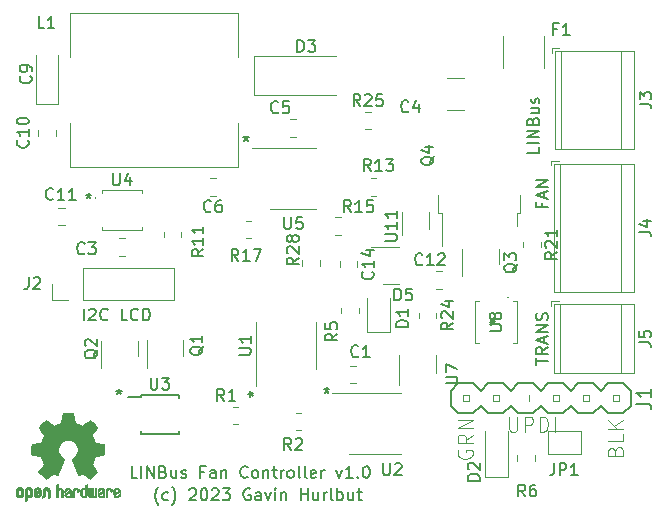
<source format=gbr>
%TF.GenerationSoftware,KiCad,Pcbnew,6.0.11-2627ca5db0~126~ubuntu22.04.1*%
%TF.CreationDate,2023-02-19T01:42:17-05:00*%
%TF.ProjectId,lin-fan-control,6c696e2d-6661-46e2-9d63-6f6e74726f6c,1.0*%
%TF.SameCoordinates,Original*%
%TF.FileFunction,Legend,Top*%
%TF.FilePolarity,Positive*%
%FSLAX46Y46*%
G04 Gerber Fmt 4.6, Leading zero omitted, Abs format (unit mm)*
G04 Created by KiCad (PCBNEW 6.0.11-2627ca5db0~126~ubuntu22.04.1) date 2023-02-19 01:42:17*
%MOMM*%
%LPD*%
G01*
G04 APERTURE LIST*
%ADD10C,0.150000*%
%ADD11C,0.127000*%
%ADD12C,0.101600*%
%ADD13C,0.120000*%
%ADD14C,0.010000*%
%ADD15C,0.203200*%
%ADD16C,0.066040*%
G04 APERTURE END LIST*
D10*
X186003571Y-98527380D02*
X185527380Y-98527380D01*
X185527380Y-97527380D01*
X186336904Y-98527380D02*
X186336904Y-97527380D01*
X186813095Y-98527380D02*
X186813095Y-97527380D01*
X187384523Y-98527380D01*
X187384523Y-97527380D01*
X188194047Y-98003571D02*
X188336904Y-98051190D01*
X188384523Y-98098809D01*
X188432142Y-98194047D01*
X188432142Y-98336904D01*
X188384523Y-98432142D01*
X188336904Y-98479761D01*
X188241666Y-98527380D01*
X187860714Y-98527380D01*
X187860714Y-97527380D01*
X188194047Y-97527380D01*
X188289285Y-97575000D01*
X188336904Y-97622619D01*
X188384523Y-97717857D01*
X188384523Y-97813095D01*
X188336904Y-97908333D01*
X188289285Y-97955952D01*
X188194047Y-98003571D01*
X187860714Y-98003571D01*
X189289285Y-97860714D02*
X189289285Y-98527380D01*
X188860714Y-97860714D02*
X188860714Y-98384523D01*
X188908333Y-98479761D01*
X189003571Y-98527380D01*
X189146428Y-98527380D01*
X189241666Y-98479761D01*
X189289285Y-98432142D01*
X189717857Y-98479761D02*
X189813095Y-98527380D01*
X190003571Y-98527380D01*
X190098809Y-98479761D01*
X190146428Y-98384523D01*
X190146428Y-98336904D01*
X190098809Y-98241666D01*
X190003571Y-98194047D01*
X189860714Y-98194047D01*
X189765476Y-98146428D01*
X189717857Y-98051190D01*
X189717857Y-98003571D01*
X189765476Y-97908333D01*
X189860714Y-97860714D01*
X190003571Y-97860714D01*
X190098809Y-97908333D01*
X191670238Y-98003571D02*
X191336904Y-98003571D01*
X191336904Y-98527380D02*
X191336904Y-97527380D01*
X191813095Y-97527380D01*
X192622619Y-98527380D02*
X192622619Y-98003571D01*
X192575000Y-97908333D01*
X192479761Y-97860714D01*
X192289285Y-97860714D01*
X192194047Y-97908333D01*
X192622619Y-98479761D02*
X192527380Y-98527380D01*
X192289285Y-98527380D01*
X192194047Y-98479761D01*
X192146428Y-98384523D01*
X192146428Y-98289285D01*
X192194047Y-98194047D01*
X192289285Y-98146428D01*
X192527380Y-98146428D01*
X192622619Y-98098809D01*
X193098809Y-97860714D02*
X193098809Y-98527380D01*
X193098809Y-97955952D02*
X193146428Y-97908333D01*
X193241666Y-97860714D01*
X193384523Y-97860714D01*
X193479761Y-97908333D01*
X193527380Y-98003571D01*
X193527380Y-98527380D01*
X195336904Y-98432142D02*
X195289285Y-98479761D01*
X195146428Y-98527380D01*
X195051190Y-98527380D01*
X194908333Y-98479761D01*
X194813095Y-98384523D01*
X194765476Y-98289285D01*
X194717857Y-98098809D01*
X194717857Y-97955952D01*
X194765476Y-97765476D01*
X194813095Y-97670238D01*
X194908333Y-97575000D01*
X195051190Y-97527380D01*
X195146428Y-97527380D01*
X195289285Y-97575000D01*
X195336904Y-97622619D01*
X195908333Y-98527380D02*
X195813095Y-98479761D01*
X195765476Y-98432142D01*
X195717857Y-98336904D01*
X195717857Y-98051190D01*
X195765476Y-97955952D01*
X195813095Y-97908333D01*
X195908333Y-97860714D01*
X196051190Y-97860714D01*
X196146428Y-97908333D01*
X196194047Y-97955952D01*
X196241666Y-98051190D01*
X196241666Y-98336904D01*
X196194047Y-98432142D01*
X196146428Y-98479761D01*
X196051190Y-98527380D01*
X195908333Y-98527380D01*
X196670238Y-97860714D02*
X196670238Y-98527380D01*
X196670238Y-97955952D02*
X196717857Y-97908333D01*
X196813095Y-97860714D01*
X196955952Y-97860714D01*
X197051190Y-97908333D01*
X197098809Y-98003571D01*
X197098809Y-98527380D01*
X197432142Y-97860714D02*
X197813095Y-97860714D01*
X197575000Y-97527380D02*
X197575000Y-98384523D01*
X197622619Y-98479761D01*
X197717857Y-98527380D01*
X197813095Y-98527380D01*
X198146428Y-98527380D02*
X198146428Y-97860714D01*
X198146428Y-98051190D02*
X198194047Y-97955952D01*
X198241666Y-97908333D01*
X198336904Y-97860714D01*
X198432142Y-97860714D01*
X198908333Y-98527380D02*
X198813095Y-98479761D01*
X198765476Y-98432142D01*
X198717857Y-98336904D01*
X198717857Y-98051190D01*
X198765476Y-97955952D01*
X198813095Y-97908333D01*
X198908333Y-97860714D01*
X199051190Y-97860714D01*
X199146428Y-97908333D01*
X199194047Y-97955952D01*
X199241666Y-98051190D01*
X199241666Y-98336904D01*
X199194047Y-98432142D01*
X199146428Y-98479761D01*
X199051190Y-98527380D01*
X198908333Y-98527380D01*
X199813095Y-98527380D02*
X199717857Y-98479761D01*
X199670238Y-98384523D01*
X199670238Y-97527380D01*
X200336904Y-98527380D02*
X200241666Y-98479761D01*
X200194047Y-98384523D01*
X200194047Y-97527380D01*
X201098809Y-98479761D02*
X201003571Y-98527380D01*
X200813095Y-98527380D01*
X200717857Y-98479761D01*
X200670238Y-98384523D01*
X200670238Y-98003571D01*
X200717857Y-97908333D01*
X200813095Y-97860714D01*
X201003571Y-97860714D01*
X201098809Y-97908333D01*
X201146428Y-98003571D01*
X201146428Y-98098809D01*
X200670238Y-98194047D01*
X201575000Y-98527380D02*
X201575000Y-97860714D01*
X201575000Y-98051190D02*
X201622619Y-97955952D01*
X201670238Y-97908333D01*
X201765476Y-97860714D01*
X201860714Y-97860714D01*
X202860714Y-97860714D02*
X203098809Y-98527380D01*
X203336904Y-97860714D01*
X204241666Y-98527380D02*
X203670238Y-98527380D01*
X203955952Y-98527380D02*
X203955952Y-97527380D01*
X203860714Y-97670238D01*
X203765476Y-97765476D01*
X203670238Y-97813095D01*
X204670238Y-98432142D02*
X204717857Y-98479761D01*
X204670238Y-98527380D01*
X204622619Y-98479761D01*
X204670238Y-98432142D01*
X204670238Y-98527380D01*
X205336904Y-97527380D02*
X205432142Y-97527380D01*
X205527380Y-97575000D01*
X205575000Y-97622619D01*
X205622619Y-97717857D01*
X205670238Y-97908333D01*
X205670238Y-98146428D01*
X205622619Y-98336904D01*
X205575000Y-98432142D01*
X205527380Y-98479761D01*
X205432142Y-98527380D01*
X205336904Y-98527380D01*
X205241666Y-98479761D01*
X205194047Y-98432142D01*
X205146428Y-98336904D01*
X205098809Y-98146428D01*
X205098809Y-97908333D01*
X205146428Y-97717857D01*
X205194047Y-97622619D01*
X205241666Y-97575000D01*
X205336904Y-97527380D01*
X220027380Y-70509523D02*
X220027380Y-70985714D01*
X219027380Y-70985714D01*
X220027380Y-70176190D02*
X219027380Y-70176190D01*
X220027380Y-69700000D02*
X219027380Y-69700000D01*
X220027380Y-69128571D01*
X219027380Y-69128571D01*
X219503571Y-68319047D02*
X219551190Y-68176190D01*
X219598809Y-68128571D01*
X219694047Y-68080952D01*
X219836904Y-68080952D01*
X219932142Y-68128571D01*
X219979761Y-68176190D01*
X220027380Y-68271428D01*
X220027380Y-68652380D01*
X219027380Y-68652380D01*
X219027380Y-68319047D01*
X219075000Y-68223809D01*
X219122619Y-68176190D01*
X219217857Y-68128571D01*
X219313095Y-68128571D01*
X219408333Y-68176190D01*
X219455952Y-68223809D01*
X219503571Y-68319047D01*
X219503571Y-68652380D01*
X219360714Y-67223809D02*
X220027380Y-67223809D01*
X219360714Y-67652380D02*
X219884523Y-67652380D01*
X219979761Y-67604761D01*
X220027380Y-67509523D01*
X220027380Y-67366666D01*
X219979761Y-67271428D01*
X219932142Y-67223809D01*
X219979761Y-66795238D02*
X220027380Y-66700000D01*
X220027380Y-66509523D01*
X219979761Y-66414285D01*
X219884523Y-66366666D01*
X219836904Y-66366666D01*
X219741666Y-66414285D01*
X219694047Y-66509523D01*
X219694047Y-66652380D01*
X219646428Y-66747619D01*
X219551190Y-66795238D01*
X219503571Y-66795238D01*
X219408333Y-66747619D01*
X219360714Y-66652380D01*
X219360714Y-66509523D01*
X219408333Y-66414285D01*
X181488095Y-85202380D02*
X181488095Y-84202380D01*
X181916666Y-84297619D02*
X181964285Y-84250000D01*
X182059523Y-84202380D01*
X182297619Y-84202380D01*
X182392857Y-84250000D01*
X182440476Y-84297619D01*
X182488095Y-84392857D01*
X182488095Y-84488095D01*
X182440476Y-84630952D01*
X181869047Y-85202380D01*
X182488095Y-85202380D01*
X183488095Y-85107142D02*
X183440476Y-85154761D01*
X183297619Y-85202380D01*
X183202380Y-85202380D01*
X183059523Y-85154761D01*
X182964285Y-85059523D01*
X182916666Y-84964285D01*
X182869047Y-84773809D01*
X182869047Y-84630952D01*
X182916666Y-84440476D01*
X182964285Y-84345238D01*
X183059523Y-84250000D01*
X183202380Y-84202380D01*
X183297619Y-84202380D01*
X183440476Y-84250000D01*
X183488095Y-84297619D01*
X185154761Y-85202380D02*
X184678571Y-85202380D01*
X184678571Y-84202380D01*
X186059523Y-85107142D02*
X186011904Y-85154761D01*
X185869047Y-85202380D01*
X185773809Y-85202380D01*
X185630952Y-85154761D01*
X185535714Y-85059523D01*
X185488095Y-84964285D01*
X185440476Y-84773809D01*
X185440476Y-84630952D01*
X185488095Y-84440476D01*
X185535714Y-84345238D01*
X185630952Y-84250000D01*
X185773809Y-84202380D01*
X185869047Y-84202380D01*
X186011904Y-84250000D01*
X186059523Y-84297619D01*
X186488095Y-85202380D02*
X186488095Y-84202380D01*
X186726190Y-84202380D01*
X186869047Y-84250000D01*
X186964285Y-84345238D01*
X187011904Y-84440476D01*
X187059523Y-84630952D01*
X187059523Y-84773809D01*
X187011904Y-84964285D01*
X186964285Y-85059523D01*
X186869047Y-85154761D01*
X186726190Y-85202380D01*
X186488095Y-85202380D01*
X187794047Y-100808333D02*
X187746428Y-100760714D01*
X187651190Y-100617857D01*
X187603571Y-100522619D01*
X187555952Y-100379761D01*
X187508333Y-100141666D01*
X187508333Y-99951190D01*
X187555952Y-99713095D01*
X187603571Y-99570238D01*
X187651190Y-99475000D01*
X187746428Y-99332142D01*
X187794047Y-99284523D01*
X188603571Y-100379761D02*
X188508333Y-100427380D01*
X188317857Y-100427380D01*
X188222619Y-100379761D01*
X188175000Y-100332142D01*
X188127380Y-100236904D01*
X188127380Y-99951190D01*
X188175000Y-99855952D01*
X188222619Y-99808333D01*
X188317857Y-99760714D01*
X188508333Y-99760714D01*
X188603571Y-99808333D01*
X188936904Y-100808333D02*
X188984523Y-100760714D01*
X189079761Y-100617857D01*
X189127380Y-100522619D01*
X189175000Y-100379761D01*
X189222619Y-100141666D01*
X189222619Y-99951190D01*
X189175000Y-99713095D01*
X189127380Y-99570238D01*
X189079761Y-99475000D01*
X188984523Y-99332142D01*
X188936904Y-99284523D01*
X190413095Y-99522619D02*
X190460714Y-99475000D01*
X190555952Y-99427380D01*
X190794047Y-99427380D01*
X190889285Y-99475000D01*
X190936904Y-99522619D01*
X190984523Y-99617857D01*
X190984523Y-99713095D01*
X190936904Y-99855952D01*
X190365476Y-100427380D01*
X190984523Y-100427380D01*
X191603571Y-99427380D02*
X191698809Y-99427380D01*
X191794047Y-99475000D01*
X191841666Y-99522619D01*
X191889285Y-99617857D01*
X191936904Y-99808333D01*
X191936904Y-100046428D01*
X191889285Y-100236904D01*
X191841666Y-100332142D01*
X191794047Y-100379761D01*
X191698809Y-100427380D01*
X191603571Y-100427380D01*
X191508333Y-100379761D01*
X191460714Y-100332142D01*
X191413095Y-100236904D01*
X191365476Y-100046428D01*
X191365476Y-99808333D01*
X191413095Y-99617857D01*
X191460714Y-99522619D01*
X191508333Y-99475000D01*
X191603571Y-99427380D01*
X192317857Y-99522619D02*
X192365476Y-99475000D01*
X192460714Y-99427380D01*
X192698809Y-99427380D01*
X192794047Y-99475000D01*
X192841666Y-99522619D01*
X192889285Y-99617857D01*
X192889285Y-99713095D01*
X192841666Y-99855952D01*
X192270238Y-100427380D01*
X192889285Y-100427380D01*
X193222619Y-99427380D02*
X193841666Y-99427380D01*
X193508333Y-99808333D01*
X193651190Y-99808333D01*
X193746428Y-99855952D01*
X193794047Y-99903571D01*
X193841666Y-99998809D01*
X193841666Y-100236904D01*
X193794047Y-100332142D01*
X193746428Y-100379761D01*
X193651190Y-100427380D01*
X193365476Y-100427380D01*
X193270238Y-100379761D01*
X193222619Y-100332142D01*
X195555952Y-99475000D02*
X195460714Y-99427380D01*
X195317857Y-99427380D01*
X195175000Y-99475000D01*
X195079761Y-99570238D01*
X195032142Y-99665476D01*
X194984523Y-99855952D01*
X194984523Y-99998809D01*
X195032142Y-100189285D01*
X195079761Y-100284523D01*
X195175000Y-100379761D01*
X195317857Y-100427380D01*
X195413095Y-100427380D01*
X195555952Y-100379761D01*
X195603571Y-100332142D01*
X195603571Y-99998809D01*
X195413095Y-99998809D01*
X196460714Y-100427380D02*
X196460714Y-99903571D01*
X196413095Y-99808333D01*
X196317857Y-99760714D01*
X196127380Y-99760714D01*
X196032142Y-99808333D01*
X196460714Y-100379761D02*
X196365476Y-100427380D01*
X196127380Y-100427380D01*
X196032142Y-100379761D01*
X195984523Y-100284523D01*
X195984523Y-100189285D01*
X196032142Y-100094047D01*
X196127380Y-100046428D01*
X196365476Y-100046428D01*
X196460714Y-99998809D01*
X196841666Y-99760714D02*
X197079761Y-100427380D01*
X197317857Y-99760714D01*
X197698809Y-100427380D02*
X197698809Y-99760714D01*
X197698809Y-99427380D02*
X197651190Y-99475000D01*
X197698809Y-99522619D01*
X197746428Y-99475000D01*
X197698809Y-99427380D01*
X197698809Y-99522619D01*
X198175000Y-99760714D02*
X198175000Y-100427380D01*
X198175000Y-99855952D02*
X198222619Y-99808333D01*
X198317857Y-99760714D01*
X198460714Y-99760714D01*
X198555952Y-99808333D01*
X198603571Y-99903571D01*
X198603571Y-100427380D01*
X199841666Y-100427380D02*
X199841666Y-99427380D01*
X199841666Y-99903571D02*
X200413095Y-99903571D01*
X200413095Y-100427380D02*
X200413095Y-99427380D01*
X201317857Y-99760714D02*
X201317857Y-100427380D01*
X200889285Y-99760714D02*
X200889285Y-100284523D01*
X200936904Y-100379761D01*
X201032142Y-100427380D01*
X201175000Y-100427380D01*
X201270238Y-100379761D01*
X201317857Y-100332142D01*
X201794047Y-100427380D02*
X201794047Y-99760714D01*
X201794047Y-99951190D02*
X201841666Y-99855952D01*
X201889285Y-99808333D01*
X201984523Y-99760714D01*
X202079761Y-99760714D01*
X202555952Y-100427380D02*
X202460714Y-100379761D01*
X202413095Y-100284523D01*
X202413095Y-99427380D01*
X202936904Y-100427380D02*
X202936904Y-99427380D01*
X202936904Y-99808333D02*
X203032142Y-99760714D01*
X203222619Y-99760714D01*
X203317857Y-99808333D01*
X203365476Y-99855952D01*
X203413095Y-99951190D01*
X203413095Y-100236904D01*
X203365476Y-100332142D01*
X203317857Y-100379761D01*
X203222619Y-100427380D01*
X203032142Y-100427380D01*
X202936904Y-100379761D01*
X204270238Y-99760714D02*
X204270238Y-100427380D01*
X203841666Y-99760714D02*
X203841666Y-100284523D01*
X203889285Y-100379761D01*
X203984523Y-100427380D01*
X204127380Y-100427380D01*
X204222619Y-100379761D01*
X204270238Y-100332142D01*
X204603571Y-99760714D02*
X204984523Y-99760714D01*
X204746428Y-99427380D02*
X204746428Y-100284523D01*
X204794047Y-100379761D01*
X204889285Y-100427380D01*
X204984523Y-100427380D01*
%TO.C,U11*%
X206977380Y-78463095D02*
X207786904Y-78463095D01*
X207882142Y-78415476D01*
X207929761Y-78367857D01*
X207977380Y-78272619D01*
X207977380Y-78082142D01*
X207929761Y-77986904D01*
X207882142Y-77939285D01*
X207786904Y-77891666D01*
X206977380Y-77891666D01*
X207977380Y-76891666D02*
X207977380Y-77463095D01*
X207977380Y-77177380D02*
X206977380Y-77177380D01*
X207120238Y-77272619D01*
X207215476Y-77367857D01*
X207263095Y-77463095D01*
X207977380Y-75939285D02*
X207977380Y-76510714D01*
X207977380Y-76225000D02*
X206977380Y-76225000D01*
X207120238Y-76320238D01*
X207215476Y-76415476D01*
X207263095Y-76510714D01*
%TO.C,U8*%
X215827380Y-86111904D02*
X216636904Y-86111904D01*
X216732142Y-86064285D01*
X216779761Y-86016666D01*
X216827380Y-85921428D01*
X216827380Y-85730952D01*
X216779761Y-85635714D01*
X216732142Y-85588095D01*
X216636904Y-85540476D01*
X215827380Y-85540476D01*
X216255952Y-84921428D02*
X216208333Y-85016666D01*
X216160714Y-85064285D01*
X216065476Y-85111904D01*
X216017857Y-85111904D01*
X215922619Y-85064285D01*
X215875000Y-85016666D01*
X215827380Y-84921428D01*
X215827380Y-84730952D01*
X215875000Y-84635714D01*
X215922619Y-84588095D01*
X216017857Y-84540476D01*
X216065476Y-84540476D01*
X216160714Y-84588095D01*
X216208333Y-84635714D01*
X216255952Y-84730952D01*
X216255952Y-84921428D01*
X216303571Y-85016666D01*
X216351190Y-85064285D01*
X216446428Y-85111904D01*
X216636904Y-85111904D01*
X216732142Y-85064285D01*
X216779761Y-85016666D01*
X216827380Y-84921428D01*
X216827380Y-84730952D01*
X216779761Y-84635714D01*
X216732142Y-84588095D01*
X216636904Y-84540476D01*
X216446428Y-84540476D01*
X216351190Y-84588095D01*
X216303571Y-84635714D01*
X216255952Y-84730952D01*
X215827380Y-85350000D02*
X216065476Y-85350000D01*
X215970238Y-85588095D02*
X216065476Y-85350000D01*
X215970238Y-85111904D01*
X216255952Y-85492857D02*
X216065476Y-85350000D01*
X216255952Y-85207142D01*
%TO.C,U7*%
X212102380Y-90536904D02*
X212911904Y-90536904D01*
X213007142Y-90489285D01*
X213054761Y-90441666D01*
X213102380Y-90346428D01*
X213102380Y-90155952D01*
X213054761Y-90060714D01*
X213007142Y-90013095D01*
X212911904Y-89965476D01*
X212102380Y-89965476D01*
X212102380Y-89584523D02*
X212102380Y-88917857D01*
X213102380Y-89346428D01*
%TO.C,R28*%
X199652380Y-79892857D02*
X199176190Y-80226190D01*
X199652380Y-80464285D02*
X198652380Y-80464285D01*
X198652380Y-80083333D01*
X198700000Y-79988095D01*
X198747619Y-79940476D01*
X198842857Y-79892857D01*
X198985714Y-79892857D01*
X199080952Y-79940476D01*
X199128571Y-79988095D01*
X199176190Y-80083333D01*
X199176190Y-80464285D01*
X198747619Y-79511904D02*
X198700000Y-79464285D01*
X198652380Y-79369047D01*
X198652380Y-79130952D01*
X198700000Y-79035714D01*
X198747619Y-78988095D01*
X198842857Y-78940476D01*
X198938095Y-78940476D01*
X199080952Y-78988095D01*
X199652380Y-79559523D01*
X199652380Y-78940476D01*
X199080952Y-78369047D02*
X199033333Y-78464285D01*
X198985714Y-78511904D01*
X198890476Y-78559523D01*
X198842857Y-78559523D01*
X198747619Y-78511904D01*
X198700000Y-78464285D01*
X198652380Y-78369047D01*
X198652380Y-78178571D01*
X198700000Y-78083333D01*
X198747619Y-78035714D01*
X198842857Y-77988095D01*
X198890476Y-77988095D01*
X198985714Y-78035714D01*
X199033333Y-78083333D01*
X199080952Y-78178571D01*
X199080952Y-78369047D01*
X199128571Y-78464285D01*
X199176190Y-78511904D01*
X199271428Y-78559523D01*
X199461904Y-78559523D01*
X199557142Y-78511904D01*
X199604761Y-78464285D01*
X199652380Y-78369047D01*
X199652380Y-78178571D01*
X199604761Y-78083333D01*
X199557142Y-78035714D01*
X199461904Y-77988095D01*
X199271428Y-77988095D01*
X199176190Y-78035714D01*
X199128571Y-78083333D01*
X199080952Y-78178571D01*
%TO.C,R25*%
X204882142Y-67052380D02*
X204548809Y-66576190D01*
X204310714Y-67052380D02*
X204310714Y-66052380D01*
X204691666Y-66052380D01*
X204786904Y-66100000D01*
X204834523Y-66147619D01*
X204882142Y-66242857D01*
X204882142Y-66385714D01*
X204834523Y-66480952D01*
X204786904Y-66528571D01*
X204691666Y-66576190D01*
X204310714Y-66576190D01*
X205263095Y-66147619D02*
X205310714Y-66100000D01*
X205405952Y-66052380D01*
X205644047Y-66052380D01*
X205739285Y-66100000D01*
X205786904Y-66147619D01*
X205834523Y-66242857D01*
X205834523Y-66338095D01*
X205786904Y-66480952D01*
X205215476Y-67052380D01*
X205834523Y-67052380D01*
X206739285Y-66052380D02*
X206263095Y-66052380D01*
X206215476Y-66528571D01*
X206263095Y-66480952D01*
X206358333Y-66433333D01*
X206596428Y-66433333D01*
X206691666Y-66480952D01*
X206739285Y-66528571D01*
X206786904Y-66623809D01*
X206786904Y-66861904D01*
X206739285Y-66957142D01*
X206691666Y-67004761D01*
X206596428Y-67052380D01*
X206358333Y-67052380D01*
X206263095Y-67004761D01*
X206215476Y-66957142D01*
%TO.C,R24*%
X212727380Y-85392857D02*
X212251190Y-85726190D01*
X212727380Y-85964285D02*
X211727380Y-85964285D01*
X211727380Y-85583333D01*
X211775000Y-85488095D01*
X211822619Y-85440476D01*
X211917857Y-85392857D01*
X212060714Y-85392857D01*
X212155952Y-85440476D01*
X212203571Y-85488095D01*
X212251190Y-85583333D01*
X212251190Y-85964285D01*
X211822619Y-85011904D02*
X211775000Y-84964285D01*
X211727380Y-84869047D01*
X211727380Y-84630952D01*
X211775000Y-84535714D01*
X211822619Y-84488095D01*
X211917857Y-84440476D01*
X212013095Y-84440476D01*
X212155952Y-84488095D01*
X212727380Y-85059523D01*
X212727380Y-84440476D01*
X212060714Y-83583333D02*
X212727380Y-83583333D01*
X211679761Y-83821428D02*
X212394047Y-84059523D01*
X212394047Y-83440476D01*
%TO.C,R21*%
X221527380Y-79417857D02*
X221051190Y-79751190D01*
X221527380Y-79989285D02*
X220527380Y-79989285D01*
X220527380Y-79608333D01*
X220575000Y-79513095D01*
X220622619Y-79465476D01*
X220717857Y-79417857D01*
X220860714Y-79417857D01*
X220955952Y-79465476D01*
X221003571Y-79513095D01*
X221051190Y-79608333D01*
X221051190Y-79989285D01*
X220622619Y-79036904D02*
X220575000Y-78989285D01*
X220527380Y-78894047D01*
X220527380Y-78655952D01*
X220575000Y-78560714D01*
X220622619Y-78513095D01*
X220717857Y-78465476D01*
X220813095Y-78465476D01*
X220955952Y-78513095D01*
X221527380Y-79084523D01*
X221527380Y-78465476D01*
X221527380Y-77513095D02*
X221527380Y-78084523D01*
X221527380Y-77798809D02*
X220527380Y-77798809D01*
X220670238Y-77894047D01*
X220765476Y-77989285D01*
X220813095Y-78084523D01*
%TO.C,Q4*%
X211122619Y-71320238D02*
X211075000Y-71415476D01*
X210979761Y-71510714D01*
X210836904Y-71653571D01*
X210789285Y-71748809D01*
X210789285Y-71844047D01*
X211027380Y-71796428D02*
X210979761Y-71891666D01*
X210884523Y-71986904D01*
X210694047Y-72034523D01*
X210360714Y-72034523D01*
X210170238Y-71986904D01*
X210075000Y-71891666D01*
X210027380Y-71796428D01*
X210027380Y-71605952D01*
X210075000Y-71510714D01*
X210170238Y-71415476D01*
X210360714Y-71367857D01*
X210694047Y-71367857D01*
X210884523Y-71415476D01*
X210979761Y-71510714D01*
X211027380Y-71605952D01*
X211027380Y-71796428D01*
X210360714Y-70510714D02*
X211027380Y-70510714D01*
X209979761Y-70748809D02*
X210694047Y-70986904D01*
X210694047Y-70367857D01*
%TO.C,Q3*%
X218172619Y-80395238D02*
X218125000Y-80490476D01*
X218029761Y-80585714D01*
X217886904Y-80728571D01*
X217839285Y-80823809D01*
X217839285Y-80919047D01*
X218077380Y-80871428D02*
X218029761Y-80966666D01*
X217934523Y-81061904D01*
X217744047Y-81109523D01*
X217410714Y-81109523D01*
X217220238Y-81061904D01*
X217125000Y-80966666D01*
X217077380Y-80871428D01*
X217077380Y-80680952D01*
X217125000Y-80585714D01*
X217220238Y-80490476D01*
X217410714Y-80442857D01*
X217744047Y-80442857D01*
X217934523Y-80490476D01*
X218029761Y-80585714D01*
X218077380Y-80680952D01*
X218077380Y-80871428D01*
X217077380Y-80109523D02*
X217077380Y-79490476D01*
X217458333Y-79823809D01*
X217458333Y-79680952D01*
X217505952Y-79585714D01*
X217553571Y-79538095D01*
X217648809Y-79490476D01*
X217886904Y-79490476D01*
X217982142Y-79538095D01*
X218029761Y-79585714D01*
X218077380Y-79680952D01*
X218077380Y-79966666D01*
X218029761Y-80061904D01*
X217982142Y-80109523D01*
%TO.C,J5*%
X228497380Y-87053333D02*
X229211666Y-87053333D01*
X229354523Y-87100952D01*
X229449761Y-87196190D01*
X229497380Y-87339047D01*
X229497380Y-87434285D01*
X228497380Y-86100952D02*
X228497380Y-86577142D01*
X228973571Y-86624761D01*
X228925952Y-86577142D01*
X228878333Y-86481904D01*
X228878333Y-86243809D01*
X228925952Y-86148571D01*
X228973571Y-86100952D01*
X229068809Y-86053333D01*
X229306904Y-86053333D01*
X229402142Y-86100952D01*
X229449761Y-86148571D01*
X229497380Y-86243809D01*
X229497380Y-86481904D01*
X229449761Y-86577142D01*
X229402142Y-86624761D01*
X219757380Y-88934285D02*
X219757380Y-88362857D01*
X220757380Y-88648571D02*
X219757380Y-88648571D01*
X220757380Y-87458095D02*
X220281190Y-87791428D01*
X220757380Y-88029523D02*
X219757380Y-88029523D01*
X219757380Y-87648571D01*
X219805000Y-87553333D01*
X219852619Y-87505714D01*
X219947857Y-87458095D01*
X220090714Y-87458095D01*
X220185952Y-87505714D01*
X220233571Y-87553333D01*
X220281190Y-87648571D01*
X220281190Y-88029523D01*
X220471666Y-87077142D02*
X220471666Y-86600952D01*
X220757380Y-87172380D02*
X219757380Y-86839047D01*
X220757380Y-86505714D01*
X220757380Y-86172380D02*
X219757380Y-86172380D01*
X220757380Y-85600952D01*
X219757380Y-85600952D01*
X220709761Y-85172380D02*
X220757380Y-85029523D01*
X220757380Y-84791428D01*
X220709761Y-84696190D01*
X220662142Y-84648571D01*
X220566904Y-84600952D01*
X220471666Y-84600952D01*
X220376428Y-84648571D01*
X220328809Y-84696190D01*
X220281190Y-84791428D01*
X220233571Y-84981904D01*
X220185952Y-85077142D01*
X220138333Y-85124761D01*
X220043095Y-85172380D01*
X219947857Y-85172380D01*
X219852619Y-85124761D01*
X219805000Y-85077142D01*
X219757380Y-84981904D01*
X219757380Y-84743809D01*
X219805000Y-84600952D01*
%TO.C,J4*%
X228497380Y-77678333D02*
X229211666Y-77678333D01*
X229354523Y-77725952D01*
X229449761Y-77821190D01*
X229497380Y-77964047D01*
X229497380Y-78059285D01*
X228830714Y-76773571D02*
X229497380Y-76773571D01*
X228449761Y-77011666D02*
X229164047Y-77249761D01*
X229164047Y-76630714D01*
X220233571Y-75284523D02*
X220233571Y-75617857D01*
X220757380Y-75617857D02*
X219757380Y-75617857D01*
X219757380Y-75141666D01*
X220471666Y-74808333D02*
X220471666Y-74332142D01*
X220757380Y-74903571D02*
X219757380Y-74570238D01*
X220757380Y-74236904D01*
X220757380Y-73903571D02*
X219757380Y-73903571D01*
X220757380Y-73332142D01*
X219757380Y-73332142D01*
%TO.C,D5*%
X207761904Y-83502380D02*
X207761904Y-82502380D01*
X208000000Y-82502380D01*
X208142857Y-82550000D01*
X208238095Y-82645238D01*
X208285714Y-82740476D01*
X208333333Y-82930952D01*
X208333333Y-83073809D01*
X208285714Y-83264285D01*
X208238095Y-83359523D01*
X208142857Y-83454761D01*
X208000000Y-83502380D01*
X207761904Y-83502380D01*
X209238095Y-82502380D02*
X208761904Y-82502380D01*
X208714285Y-82978571D01*
X208761904Y-82930952D01*
X208857142Y-82883333D01*
X209095238Y-82883333D01*
X209190476Y-82930952D01*
X209238095Y-82978571D01*
X209285714Y-83073809D01*
X209285714Y-83311904D01*
X209238095Y-83407142D01*
X209190476Y-83454761D01*
X209095238Y-83502380D01*
X208857142Y-83502380D01*
X208761904Y-83454761D01*
X208714285Y-83407142D01*
%TO.C,C14*%
X205912142Y-81080357D02*
X205959761Y-81127976D01*
X206007380Y-81270833D01*
X206007380Y-81366071D01*
X205959761Y-81508928D01*
X205864523Y-81604166D01*
X205769285Y-81651785D01*
X205578809Y-81699404D01*
X205435952Y-81699404D01*
X205245476Y-81651785D01*
X205150238Y-81604166D01*
X205055000Y-81508928D01*
X205007380Y-81366071D01*
X205007380Y-81270833D01*
X205055000Y-81127976D01*
X205102619Y-81080357D01*
X206007380Y-80127976D02*
X206007380Y-80699404D01*
X206007380Y-80413690D02*
X205007380Y-80413690D01*
X205150238Y-80508928D01*
X205245476Y-80604166D01*
X205293095Y-80699404D01*
X205340714Y-79270833D02*
X206007380Y-79270833D01*
X204959761Y-79508928D02*
X205674047Y-79747023D01*
X205674047Y-79127976D01*
%TO.C,C12*%
X210132142Y-80432142D02*
X210084523Y-80479761D01*
X209941666Y-80527380D01*
X209846428Y-80527380D01*
X209703571Y-80479761D01*
X209608333Y-80384523D01*
X209560714Y-80289285D01*
X209513095Y-80098809D01*
X209513095Y-79955952D01*
X209560714Y-79765476D01*
X209608333Y-79670238D01*
X209703571Y-79575000D01*
X209846428Y-79527380D01*
X209941666Y-79527380D01*
X210084523Y-79575000D01*
X210132142Y-79622619D01*
X211084523Y-80527380D02*
X210513095Y-80527380D01*
X210798809Y-80527380D02*
X210798809Y-79527380D01*
X210703571Y-79670238D01*
X210608333Y-79765476D01*
X210513095Y-79813095D01*
X211465476Y-79622619D02*
X211513095Y-79575000D01*
X211608333Y-79527380D01*
X211846428Y-79527380D01*
X211941666Y-79575000D01*
X211989285Y-79622619D01*
X212036904Y-79717857D01*
X212036904Y-79813095D01*
X211989285Y-79955952D01*
X211417857Y-80527380D01*
X212036904Y-80527380D01*
%TO.C,R13*%
X205757142Y-72552380D02*
X205423809Y-72076190D01*
X205185714Y-72552380D02*
X205185714Y-71552380D01*
X205566666Y-71552380D01*
X205661904Y-71600000D01*
X205709523Y-71647619D01*
X205757142Y-71742857D01*
X205757142Y-71885714D01*
X205709523Y-71980952D01*
X205661904Y-72028571D01*
X205566666Y-72076190D01*
X205185714Y-72076190D01*
X206709523Y-72552380D02*
X206138095Y-72552380D01*
X206423809Y-72552380D02*
X206423809Y-71552380D01*
X206328571Y-71695238D01*
X206233333Y-71790476D01*
X206138095Y-71838095D01*
X207042857Y-71552380D02*
X207661904Y-71552380D01*
X207328571Y-71933333D01*
X207471428Y-71933333D01*
X207566666Y-71980952D01*
X207614285Y-72028571D01*
X207661904Y-72123809D01*
X207661904Y-72361904D01*
X207614285Y-72457142D01*
X207566666Y-72504761D01*
X207471428Y-72552380D01*
X207185714Y-72552380D01*
X207090476Y-72504761D01*
X207042857Y-72457142D01*
%TO.C,C10*%
X176707142Y-69942857D02*
X176754761Y-69990476D01*
X176802380Y-70133333D01*
X176802380Y-70228571D01*
X176754761Y-70371428D01*
X176659523Y-70466666D01*
X176564285Y-70514285D01*
X176373809Y-70561904D01*
X176230952Y-70561904D01*
X176040476Y-70514285D01*
X175945238Y-70466666D01*
X175850000Y-70371428D01*
X175802380Y-70228571D01*
X175802380Y-70133333D01*
X175850000Y-69990476D01*
X175897619Y-69942857D01*
X176802380Y-68990476D02*
X176802380Y-69561904D01*
X176802380Y-69276190D02*
X175802380Y-69276190D01*
X175945238Y-69371428D01*
X176040476Y-69466666D01*
X176088095Y-69561904D01*
X175802380Y-68371428D02*
X175802380Y-68276190D01*
X175850000Y-68180952D01*
X175897619Y-68133333D01*
X175992857Y-68085714D01*
X176183333Y-68038095D01*
X176421428Y-68038095D01*
X176611904Y-68085714D01*
X176707142Y-68133333D01*
X176754761Y-68180952D01*
X176802380Y-68276190D01*
X176802380Y-68371428D01*
X176754761Y-68466666D01*
X176707142Y-68514285D01*
X176611904Y-68561904D01*
X176421428Y-68609523D01*
X176183333Y-68609523D01*
X175992857Y-68561904D01*
X175897619Y-68514285D01*
X175850000Y-68466666D01*
X175802380Y-68371428D01*
%TO.C,R6*%
X218833333Y-100102380D02*
X218500000Y-99626190D01*
X218261904Y-100102380D02*
X218261904Y-99102380D01*
X218642857Y-99102380D01*
X218738095Y-99150000D01*
X218785714Y-99197619D01*
X218833333Y-99292857D01*
X218833333Y-99435714D01*
X218785714Y-99530952D01*
X218738095Y-99578571D01*
X218642857Y-99626190D01*
X218261904Y-99626190D01*
X219690476Y-99102380D02*
X219500000Y-99102380D01*
X219404761Y-99150000D01*
X219357142Y-99197619D01*
X219261904Y-99340476D01*
X219214285Y-99530952D01*
X219214285Y-99911904D01*
X219261904Y-100007142D01*
X219309523Y-100054761D01*
X219404761Y-100102380D01*
X219595238Y-100102380D01*
X219690476Y-100054761D01*
X219738095Y-100007142D01*
X219785714Y-99911904D01*
X219785714Y-99673809D01*
X219738095Y-99578571D01*
X219690476Y-99530952D01*
X219595238Y-99483333D01*
X219404761Y-99483333D01*
X219309523Y-99530952D01*
X219261904Y-99578571D01*
X219214285Y-99673809D01*
%TO.C,F1*%
X221566666Y-60528571D02*
X221233333Y-60528571D01*
X221233333Y-61052380D02*
X221233333Y-60052380D01*
X221709523Y-60052380D01*
X222614285Y-61052380D02*
X222042857Y-61052380D01*
X222328571Y-61052380D02*
X222328571Y-60052380D01*
X222233333Y-60195238D01*
X222138095Y-60290476D01*
X222042857Y-60338095D01*
%TO.C,D3*%
X199561904Y-62452380D02*
X199561904Y-61452380D01*
X199800000Y-61452380D01*
X199942857Y-61500000D01*
X200038095Y-61595238D01*
X200085714Y-61690476D01*
X200133333Y-61880952D01*
X200133333Y-62023809D01*
X200085714Y-62214285D01*
X200038095Y-62309523D01*
X199942857Y-62404761D01*
X199800000Y-62452380D01*
X199561904Y-62452380D01*
X200466666Y-61452380D02*
X201085714Y-61452380D01*
X200752380Y-61833333D01*
X200895238Y-61833333D01*
X200990476Y-61880952D01*
X201038095Y-61928571D01*
X201085714Y-62023809D01*
X201085714Y-62261904D01*
X201038095Y-62357142D01*
X200990476Y-62404761D01*
X200895238Y-62452380D01*
X200609523Y-62452380D01*
X200514285Y-62404761D01*
X200466666Y-62357142D01*
%TO.C,C11*%
X178882142Y-74907142D02*
X178834523Y-74954761D01*
X178691666Y-75002380D01*
X178596428Y-75002380D01*
X178453571Y-74954761D01*
X178358333Y-74859523D01*
X178310714Y-74764285D01*
X178263095Y-74573809D01*
X178263095Y-74430952D01*
X178310714Y-74240476D01*
X178358333Y-74145238D01*
X178453571Y-74050000D01*
X178596428Y-74002380D01*
X178691666Y-74002380D01*
X178834523Y-74050000D01*
X178882142Y-74097619D01*
X179834523Y-75002380D02*
X179263095Y-75002380D01*
X179548809Y-75002380D02*
X179548809Y-74002380D01*
X179453571Y-74145238D01*
X179358333Y-74240476D01*
X179263095Y-74288095D01*
X180786904Y-75002380D02*
X180215476Y-75002380D01*
X180501190Y-75002380D02*
X180501190Y-74002380D01*
X180405952Y-74145238D01*
X180310714Y-74240476D01*
X180215476Y-74288095D01*
%TO.C,C5*%
X197933333Y-67557142D02*
X197885714Y-67604761D01*
X197742857Y-67652380D01*
X197647619Y-67652380D01*
X197504761Y-67604761D01*
X197409523Y-67509523D01*
X197361904Y-67414285D01*
X197314285Y-67223809D01*
X197314285Y-67080952D01*
X197361904Y-66890476D01*
X197409523Y-66795238D01*
X197504761Y-66700000D01*
X197647619Y-66652380D01*
X197742857Y-66652380D01*
X197885714Y-66700000D01*
X197933333Y-66747619D01*
X198838095Y-66652380D02*
X198361904Y-66652380D01*
X198314285Y-67128571D01*
X198361904Y-67080952D01*
X198457142Y-67033333D01*
X198695238Y-67033333D01*
X198790476Y-67080952D01*
X198838095Y-67128571D01*
X198885714Y-67223809D01*
X198885714Y-67461904D01*
X198838095Y-67557142D01*
X198790476Y-67604761D01*
X198695238Y-67652380D01*
X198457142Y-67652380D01*
X198361904Y-67604761D01*
X198314285Y-67557142D01*
%TO.C,C9*%
X176957142Y-64516666D02*
X177004761Y-64564285D01*
X177052380Y-64707142D01*
X177052380Y-64802380D01*
X177004761Y-64945238D01*
X176909523Y-65040476D01*
X176814285Y-65088095D01*
X176623809Y-65135714D01*
X176480952Y-65135714D01*
X176290476Y-65088095D01*
X176195238Y-65040476D01*
X176100000Y-64945238D01*
X176052380Y-64802380D01*
X176052380Y-64707142D01*
X176100000Y-64564285D01*
X176147619Y-64516666D01*
X177052380Y-64040476D02*
X177052380Y-63850000D01*
X177004761Y-63754761D01*
X176957142Y-63707142D01*
X176814285Y-63611904D01*
X176623809Y-63564285D01*
X176242857Y-63564285D01*
X176147619Y-63611904D01*
X176100000Y-63659523D01*
X176052380Y-63754761D01*
X176052380Y-63945238D01*
X176100000Y-64040476D01*
X176147619Y-64088095D01*
X176242857Y-64135714D01*
X176480952Y-64135714D01*
X176576190Y-64088095D01*
X176623809Y-64040476D01*
X176671428Y-63945238D01*
X176671428Y-63754761D01*
X176623809Y-63659523D01*
X176576190Y-63611904D01*
X176480952Y-63564285D01*
%TO.C,J2*%
X176791666Y-81552380D02*
X176791666Y-82266666D01*
X176744047Y-82409523D01*
X176648809Y-82504761D01*
X176505952Y-82552380D01*
X176410714Y-82552380D01*
X177220238Y-81647619D02*
X177267857Y-81600000D01*
X177363095Y-81552380D01*
X177601190Y-81552380D01*
X177696428Y-81600000D01*
X177744047Y-81647619D01*
X177791666Y-81742857D01*
X177791666Y-81838095D01*
X177744047Y-81980952D01*
X177172619Y-82552380D01*
X177791666Y-82552380D01*
%TO.C,U1*%
X194627380Y-88086904D02*
X195436904Y-88086904D01*
X195532142Y-88039285D01*
X195579761Y-87991666D01*
X195627380Y-87896428D01*
X195627380Y-87705952D01*
X195579761Y-87610714D01*
X195532142Y-87563095D01*
X195436904Y-87515476D01*
X194627380Y-87515476D01*
X195627380Y-86515476D02*
X195627380Y-87086904D01*
X195627380Y-86801190D02*
X194627380Y-86801190D01*
X194770238Y-86896428D01*
X194865476Y-86991666D01*
X194913095Y-87086904D01*
X195402380Y-91450000D02*
X195640476Y-91450000D01*
X195545238Y-91688095D02*
X195640476Y-91450000D01*
X195545238Y-91211904D01*
X195830952Y-91592857D02*
X195640476Y-91450000D01*
X195830952Y-91307142D01*
%TO.C,Q1*%
X191572619Y-87395238D02*
X191525000Y-87490476D01*
X191429761Y-87585714D01*
X191286904Y-87728571D01*
X191239285Y-87823809D01*
X191239285Y-87919047D01*
X191477380Y-87871428D02*
X191429761Y-87966666D01*
X191334523Y-88061904D01*
X191144047Y-88109523D01*
X190810714Y-88109523D01*
X190620238Y-88061904D01*
X190525000Y-87966666D01*
X190477380Y-87871428D01*
X190477380Y-87680952D01*
X190525000Y-87585714D01*
X190620238Y-87490476D01*
X190810714Y-87442857D01*
X191144047Y-87442857D01*
X191334523Y-87490476D01*
X191429761Y-87585714D01*
X191477380Y-87680952D01*
X191477380Y-87871428D01*
X191477380Y-86490476D02*
X191477380Y-87061904D01*
X191477380Y-86776190D02*
X190477380Y-86776190D01*
X190620238Y-86871428D01*
X190715476Y-86966666D01*
X190763095Y-87061904D01*
%TO.C,C3*%
X181533333Y-79507142D02*
X181485714Y-79554761D01*
X181342857Y-79602380D01*
X181247619Y-79602380D01*
X181104761Y-79554761D01*
X181009523Y-79459523D01*
X180961904Y-79364285D01*
X180914285Y-79173809D01*
X180914285Y-79030952D01*
X180961904Y-78840476D01*
X181009523Y-78745238D01*
X181104761Y-78650000D01*
X181247619Y-78602380D01*
X181342857Y-78602380D01*
X181485714Y-78650000D01*
X181533333Y-78697619D01*
X181866666Y-78602380D02*
X182485714Y-78602380D01*
X182152380Y-78983333D01*
X182295238Y-78983333D01*
X182390476Y-79030952D01*
X182438095Y-79078571D01*
X182485714Y-79173809D01*
X182485714Y-79411904D01*
X182438095Y-79507142D01*
X182390476Y-79554761D01*
X182295238Y-79602380D01*
X182009523Y-79602380D01*
X181914285Y-79554761D01*
X181866666Y-79507142D01*
%TO.C,U2*%
X206813095Y-97302380D02*
X206813095Y-98111904D01*
X206860714Y-98207142D01*
X206908333Y-98254761D01*
X207003571Y-98302380D01*
X207194047Y-98302380D01*
X207289285Y-98254761D01*
X207336904Y-98207142D01*
X207384523Y-98111904D01*
X207384523Y-97302380D01*
X207813095Y-97397619D02*
X207860714Y-97350000D01*
X207955952Y-97302380D01*
X208194047Y-97302380D01*
X208289285Y-97350000D01*
X208336904Y-97397619D01*
X208384523Y-97492857D01*
X208384523Y-97588095D01*
X208336904Y-97730952D01*
X207765476Y-98302380D01*
X208384523Y-98302380D01*
X202025000Y-90877380D02*
X202025000Y-91115476D01*
X201786904Y-91020238D02*
X202025000Y-91115476D01*
X202263095Y-91020238D01*
X201882142Y-91305952D02*
X202025000Y-91115476D01*
X202167857Y-91305952D01*
%TO.C,C6*%
X192233333Y-75937142D02*
X192185714Y-75984761D01*
X192042857Y-76032380D01*
X191947619Y-76032380D01*
X191804761Y-75984761D01*
X191709523Y-75889523D01*
X191661904Y-75794285D01*
X191614285Y-75603809D01*
X191614285Y-75460952D01*
X191661904Y-75270476D01*
X191709523Y-75175238D01*
X191804761Y-75080000D01*
X191947619Y-75032380D01*
X192042857Y-75032380D01*
X192185714Y-75080000D01*
X192233333Y-75127619D01*
X193090476Y-75032380D02*
X192900000Y-75032380D01*
X192804761Y-75080000D01*
X192757142Y-75127619D01*
X192661904Y-75270476D01*
X192614285Y-75460952D01*
X192614285Y-75841904D01*
X192661904Y-75937142D01*
X192709523Y-75984761D01*
X192804761Y-76032380D01*
X192995238Y-76032380D01*
X193090476Y-75984761D01*
X193138095Y-75937142D01*
X193185714Y-75841904D01*
X193185714Y-75603809D01*
X193138095Y-75508571D01*
X193090476Y-75460952D01*
X192995238Y-75413333D01*
X192804761Y-75413333D01*
X192709523Y-75460952D01*
X192661904Y-75508571D01*
X192614285Y-75603809D01*
%TO.C,C4*%
X208958333Y-67482142D02*
X208910714Y-67529761D01*
X208767857Y-67577380D01*
X208672619Y-67577380D01*
X208529761Y-67529761D01*
X208434523Y-67434523D01*
X208386904Y-67339285D01*
X208339285Y-67148809D01*
X208339285Y-67005952D01*
X208386904Y-66815476D01*
X208434523Y-66720238D01*
X208529761Y-66625000D01*
X208672619Y-66577380D01*
X208767857Y-66577380D01*
X208910714Y-66625000D01*
X208958333Y-66672619D01*
X209815476Y-66910714D02*
X209815476Y-67577380D01*
X209577380Y-66529761D02*
X209339285Y-67244047D01*
X209958333Y-67244047D01*
%TO.C,R1*%
X193358333Y-92002380D02*
X193025000Y-91526190D01*
X192786904Y-92002380D02*
X192786904Y-91002380D01*
X193167857Y-91002380D01*
X193263095Y-91050000D01*
X193310714Y-91097619D01*
X193358333Y-91192857D01*
X193358333Y-91335714D01*
X193310714Y-91430952D01*
X193263095Y-91478571D01*
X193167857Y-91526190D01*
X192786904Y-91526190D01*
X194310714Y-92002380D02*
X193739285Y-92002380D01*
X194025000Y-92002380D02*
X194025000Y-91002380D01*
X193929761Y-91145238D01*
X193834523Y-91240476D01*
X193739285Y-91288095D01*
%TO.C,C1*%
X204708333Y-88207142D02*
X204660714Y-88254761D01*
X204517857Y-88302380D01*
X204422619Y-88302380D01*
X204279761Y-88254761D01*
X204184523Y-88159523D01*
X204136904Y-88064285D01*
X204089285Y-87873809D01*
X204089285Y-87730952D01*
X204136904Y-87540476D01*
X204184523Y-87445238D01*
X204279761Y-87350000D01*
X204422619Y-87302380D01*
X204517857Y-87302380D01*
X204660714Y-87350000D01*
X204708333Y-87397619D01*
X205660714Y-88302380D02*
X205089285Y-88302380D01*
X205375000Y-88302380D02*
X205375000Y-87302380D01*
X205279761Y-87445238D01*
X205184523Y-87540476D01*
X205089285Y-87588095D01*
%TO.C,R5*%
X202927380Y-86316666D02*
X202451190Y-86650000D01*
X202927380Y-86888095D02*
X201927380Y-86888095D01*
X201927380Y-86507142D01*
X201975000Y-86411904D01*
X202022619Y-86364285D01*
X202117857Y-86316666D01*
X202260714Y-86316666D01*
X202355952Y-86364285D01*
X202403571Y-86411904D01*
X202451190Y-86507142D01*
X202451190Y-86888095D01*
X201927380Y-85411904D02*
X201927380Y-85888095D01*
X202403571Y-85935714D01*
X202355952Y-85888095D01*
X202308333Y-85792857D01*
X202308333Y-85554761D01*
X202355952Y-85459523D01*
X202403571Y-85411904D01*
X202498809Y-85364285D01*
X202736904Y-85364285D01*
X202832142Y-85411904D01*
X202879761Y-85459523D01*
X202927380Y-85554761D01*
X202927380Y-85792857D01*
X202879761Y-85888095D01*
X202832142Y-85935714D01*
%TO.C,U3*%
X187138095Y-90052380D02*
X187138095Y-90861904D01*
X187185714Y-90957142D01*
X187233333Y-91004761D01*
X187328571Y-91052380D01*
X187519047Y-91052380D01*
X187614285Y-91004761D01*
X187661904Y-90957142D01*
X187709523Y-90861904D01*
X187709523Y-90052380D01*
X188090476Y-90052380D02*
X188709523Y-90052380D01*
X188376190Y-90433333D01*
X188519047Y-90433333D01*
X188614285Y-90480952D01*
X188661904Y-90528571D01*
X188709523Y-90623809D01*
X188709523Y-90861904D01*
X188661904Y-90957142D01*
X188614285Y-91004761D01*
X188519047Y-91052380D01*
X188233333Y-91052380D01*
X188138095Y-91004761D01*
X188090476Y-90957142D01*
X184450000Y-91002380D02*
X184450000Y-91240476D01*
X184211904Y-91145238D02*
X184450000Y-91240476D01*
X184688095Y-91145238D01*
X184307142Y-91430952D02*
X184450000Y-91240476D01*
X184592857Y-91430952D01*
%TO.C,R17*%
X194557142Y-80152380D02*
X194223809Y-79676190D01*
X193985714Y-80152380D02*
X193985714Y-79152380D01*
X194366666Y-79152380D01*
X194461904Y-79200000D01*
X194509523Y-79247619D01*
X194557142Y-79342857D01*
X194557142Y-79485714D01*
X194509523Y-79580952D01*
X194461904Y-79628571D01*
X194366666Y-79676190D01*
X193985714Y-79676190D01*
X195509523Y-80152380D02*
X194938095Y-80152380D01*
X195223809Y-80152380D02*
X195223809Y-79152380D01*
X195128571Y-79295238D01*
X195033333Y-79390476D01*
X194938095Y-79438095D01*
X195842857Y-79152380D02*
X196509523Y-79152380D01*
X196080952Y-80152380D01*
%TO.C,L1*%
X178133333Y-60452380D02*
X177657142Y-60452380D01*
X177657142Y-59452380D01*
X178990476Y-60452380D02*
X178419047Y-60452380D01*
X178704761Y-60452380D02*
X178704761Y-59452380D01*
X178609523Y-59595238D01*
X178514285Y-59690476D01*
X178419047Y-59738095D01*
%TO.C,R11*%
X191602380Y-79167857D02*
X191126190Y-79501190D01*
X191602380Y-79739285D02*
X190602380Y-79739285D01*
X190602380Y-79358333D01*
X190650000Y-79263095D01*
X190697619Y-79215476D01*
X190792857Y-79167857D01*
X190935714Y-79167857D01*
X191030952Y-79215476D01*
X191078571Y-79263095D01*
X191126190Y-79358333D01*
X191126190Y-79739285D01*
X191602380Y-78215476D02*
X191602380Y-78786904D01*
X191602380Y-78501190D02*
X190602380Y-78501190D01*
X190745238Y-78596428D01*
X190840476Y-78691666D01*
X190888095Y-78786904D01*
X191602380Y-77263095D02*
X191602380Y-77834523D01*
X191602380Y-77548809D02*
X190602380Y-77548809D01*
X190745238Y-77644047D01*
X190840476Y-77739285D01*
X190888095Y-77834523D01*
%TO.C,JP1*%
X221291666Y-97302380D02*
X221291666Y-98016666D01*
X221244047Y-98159523D01*
X221148809Y-98254761D01*
X221005952Y-98302380D01*
X220910714Y-98302380D01*
X221767857Y-98302380D02*
X221767857Y-97302380D01*
X222148809Y-97302380D01*
X222244047Y-97350000D01*
X222291666Y-97397619D01*
X222339285Y-97492857D01*
X222339285Y-97635714D01*
X222291666Y-97730952D01*
X222244047Y-97778571D01*
X222148809Y-97826190D01*
X221767857Y-97826190D01*
X223291666Y-98302380D02*
X222720238Y-98302380D01*
X223005952Y-98302380D02*
X223005952Y-97302380D01*
X222910714Y-97445238D01*
X222815476Y-97540476D01*
X222720238Y-97588095D01*
%TO.C,D1*%
X208927380Y-85738095D02*
X207927380Y-85738095D01*
X207927380Y-85500000D01*
X207975000Y-85357142D01*
X208070238Y-85261904D01*
X208165476Y-85214285D01*
X208355952Y-85166666D01*
X208498809Y-85166666D01*
X208689285Y-85214285D01*
X208784523Y-85261904D01*
X208879761Y-85357142D01*
X208927380Y-85500000D01*
X208927380Y-85738095D01*
X208927380Y-84214285D02*
X208927380Y-84785714D01*
X208927380Y-84500000D02*
X207927380Y-84500000D01*
X208070238Y-84595238D01*
X208165476Y-84690476D01*
X208213095Y-84785714D01*
%TO.C,D2*%
X214977380Y-98763095D02*
X213977380Y-98763095D01*
X213977380Y-98525000D01*
X214025000Y-98382142D01*
X214120238Y-98286904D01*
X214215476Y-98239285D01*
X214405952Y-98191666D01*
X214548809Y-98191666D01*
X214739285Y-98239285D01*
X214834523Y-98286904D01*
X214929761Y-98382142D01*
X214977380Y-98525000D01*
X214977380Y-98763095D01*
X214072619Y-97810714D02*
X214025000Y-97763095D01*
X213977380Y-97667857D01*
X213977380Y-97429761D01*
X214025000Y-97334523D01*
X214072619Y-97286904D01*
X214167857Y-97239285D01*
X214263095Y-97239285D01*
X214405952Y-97286904D01*
X214977380Y-97858333D01*
X214977380Y-97239285D01*
%TO.C,U5*%
X198438095Y-76452380D02*
X198438095Y-77261904D01*
X198485714Y-77357142D01*
X198533333Y-77404761D01*
X198628571Y-77452380D01*
X198819047Y-77452380D01*
X198914285Y-77404761D01*
X198961904Y-77357142D01*
X199009523Y-77261904D01*
X199009523Y-76452380D01*
X199961904Y-76452380D02*
X199485714Y-76452380D01*
X199438095Y-76928571D01*
X199485714Y-76880952D01*
X199580952Y-76833333D01*
X199819047Y-76833333D01*
X199914285Y-76880952D01*
X199961904Y-76928571D01*
X200009523Y-77023809D01*
X200009523Y-77261904D01*
X199961904Y-77357142D01*
X199914285Y-77404761D01*
X199819047Y-77452380D01*
X199580952Y-77452380D01*
X199485714Y-77404761D01*
X199438095Y-77357142D01*
X195200000Y-69552380D02*
X195200000Y-69790476D01*
X194961904Y-69695238D02*
X195200000Y-69790476D01*
X195438095Y-69695238D01*
X195057142Y-69980952D02*
X195200000Y-69790476D01*
X195342857Y-69980952D01*
%TO.C,J3*%
X228522380Y-66873333D02*
X229236666Y-66873333D01*
X229379523Y-66920952D01*
X229474761Y-67016190D01*
X229522380Y-67159047D01*
X229522380Y-67254285D01*
X228522380Y-66492380D02*
X228522380Y-65873333D01*
X228903333Y-66206666D01*
X228903333Y-66063809D01*
X228950952Y-65968571D01*
X228998571Y-65920952D01*
X229093809Y-65873333D01*
X229331904Y-65873333D01*
X229427142Y-65920952D01*
X229474761Y-65968571D01*
X229522380Y-66063809D01*
X229522380Y-66349523D01*
X229474761Y-66444761D01*
X229427142Y-66492380D01*
%TO.C,U4*%
X183938095Y-72752380D02*
X183938095Y-73561904D01*
X183985714Y-73657142D01*
X184033333Y-73704761D01*
X184128571Y-73752380D01*
X184319047Y-73752380D01*
X184414285Y-73704761D01*
X184461904Y-73657142D01*
X184509523Y-73561904D01*
X184509523Y-72752380D01*
X185414285Y-73085714D02*
X185414285Y-73752380D01*
X185176190Y-72704761D02*
X184938095Y-73419047D01*
X185557142Y-73419047D01*
X181875000Y-74427380D02*
X181875000Y-74665476D01*
X181636904Y-74570238D02*
X181875000Y-74665476D01*
X182113095Y-74570238D01*
X181732142Y-74855952D02*
X181875000Y-74665476D01*
X182017857Y-74855952D01*
%TO.C,Q2*%
X182647619Y-87682738D02*
X182600000Y-87777976D01*
X182504761Y-87873214D01*
X182361904Y-88016071D01*
X182314285Y-88111309D01*
X182314285Y-88206547D01*
X182552380Y-88158928D02*
X182504761Y-88254166D01*
X182409523Y-88349404D01*
X182219047Y-88397023D01*
X181885714Y-88397023D01*
X181695238Y-88349404D01*
X181600000Y-88254166D01*
X181552380Y-88158928D01*
X181552380Y-87968452D01*
X181600000Y-87873214D01*
X181695238Y-87777976D01*
X181885714Y-87730357D01*
X182219047Y-87730357D01*
X182409523Y-87777976D01*
X182504761Y-87873214D01*
X182552380Y-87968452D01*
X182552380Y-88158928D01*
X181647619Y-87349404D02*
X181600000Y-87301785D01*
X181552380Y-87206547D01*
X181552380Y-86968452D01*
X181600000Y-86873214D01*
X181647619Y-86825595D01*
X181742857Y-86777976D01*
X181838095Y-86777976D01*
X181980952Y-86825595D01*
X182552380Y-87397023D01*
X182552380Y-86777976D01*
%TO.C,R15*%
X204082142Y-76027380D02*
X203748809Y-75551190D01*
X203510714Y-76027380D02*
X203510714Y-75027380D01*
X203891666Y-75027380D01*
X203986904Y-75075000D01*
X204034523Y-75122619D01*
X204082142Y-75217857D01*
X204082142Y-75360714D01*
X204034523Y-75455952D01*
X203986904Y-75503571D01*
X203891666Y-75551190D01*
X203510714Y-75551190D01*
X205034523Y-76027380D02*
X204463095Y-76027380D01*
X204748809Y-76027380D02*
X204748809Y-75027380D01*
X204653571Y-75170238D01*
X204558333Y-75265476D01*
X204463095Y-75313095D01*
X205939285Y-75027380D02*
X205463095Y-75027380D01*
X205415476Y-75503571D01*
X205463095Y-75455952D01*
X205558333Y-75408333D01*
X205796428Y-75408333D01*
X205891666Y-75455952D01*
X205939285Y-75503571D01*
X205986904Y-75598809D01*
X205986904Y-75836904D01*
X205939285Y-75932142D01*
X205891666Y-75979761D01*
X205796428Y-76027380D01*
X205558333Y-76027380D01*
X205463095Y-75979761D01*
X205415476Y-75932142D01*
%TO.C,R2*%
X199033333Y-96177380D02*
X198700000Y-95701190D01*
X198461904Y-96177380D02*
X198461904Y-95177380D01*
X198842857Y-95177380D01*
X198938095Y-95225000D01*
X198985714Y-95272619D01*
X199033333Y-95367857D01*
X199033333Y-95510714D01*
X198985714Y-95605952D01*
X198938095Y-95653571D01*
X198842857Y-95701190D01*
X198461904Y-95701190D01*
X199414285Y-95272619D02*
X199461904Y-95225000D01*
X199557142Y-95177380D01*
X199795238Y-95177380D01*
X199890476Y-95225000D01*
X199938095Y-95272619D01*
X199985714Y-95367857D01*
X199985714Y-95463095D01*
X199938095Y-95605952D01*
X199366666Y-96177380D01*
X199985714Y-96177380D01*
D11*
%TO.C,J1*%
X228254523Y-92248333D02*
X229161666Y-92248333D01*
X229343095Y-92308809D01*
X229464047Y-92429761D01*
X229524523Y-92611190D01*
X229524523Y-92732142D01*
X229524523Y-90978333D02*
X229524523Y-91704047D01*
X229524523Y-91341190D02*
X228254523Y-91341190D01*
X228435952Y-91462142D01*
X228556904Y-91583095D01*
X228617380Y-91704047D01*
D12*
X217464761Y-93354523D02*
X217464761Y-94382619D01*
X217525238Y-94503571D01*
X217585714Y-94564047D01*
X217706666Y-94624523D01*
X217948571Y-94624523D01*
X218069523Y-94564047D01*
X218130000Y-94503571D01*
X218190476Y-94382619D01*
X218190476Y-93354523D01*
X218795238Y-94624523D02*
X218795238Y-93354523D01*
X219279047Y-93354523D01*
X219400000Y-93415000D01*
X219460476Y-93475476D01*
X219520952Y-93596428D01*
X219520952Y-93777857D01*
X219460476Y-93898809D01*
X219400000Y-93959285D01*
X219279047Y-94019761D01*
X218795238Y-94019761D01*
X220065238Y-94624523D02*
X220065238Y-93354523D01*
X220367619Y-93354523D01*
X220549047Y-93415000D01*
X220670000Y-93535952D01*
X220730476Y-93656904D01*
X220790952Y-93898809D01*
X220790952Y-94080238D01*
X220730476Y-94322142D01*
X220670000Y-94443095D01*
X220549047Y-94564047D01*
X220367619Y-94624523D01*
X220065238Y-94624523D01*
X221335238Y-94624523D02*
X221335238Y-93354523D01*
X226459285Y-96233333D02*
X226519761Y-96051904D01*
X226580238Y-95991428D01*
X226701190Y-95930952D01*
X226882619Y-95930952D01*
X227003571Y-95991428D01*
X227064047Y-96051904D01*
X227124523Y-96172857D01*
X227124523Y-96656666D01*
X225854523Y-96656666D01*
X225854523Y-96233333D01*
X225915000Y-96112380D01*
X225975476Y-96051904D01*
X226096428Y-95991428D01*
X226217380Y-95991428D01*
X226338333Y-96051904D01*
X226398809Y-96112380D01*
X226459285Y-96233333D01*
X226459285Y-96656666D01*
X227124523Y-94781904D02*
X227124523Y-95386666D01*
X225854523Y-95386666D01*
X227124523Y-94358571D02*
X225854523Y-94358571D01*
X227124523Y-93632857D02*
X226398809Y-94177142D01*
X225854523Y-93632857D02*
X226580238Y-94358571D01*
X213190000Y-96192619D02*
X213129523Y-96313571D01*
X213129523Y-96495000D01*
X213190000Y-96676428D01*
X213310952Y-96797380D01*
X213431904Y-96857857D01*
X213673809Y-96918333D01*
X213855238Y-96918333D01*
X214097142Y-96857857D01*
X214218095Y-96797380D01*
X214339047Y-96676428D01*
X214399523Y-96495000D01*
X214399523Y-96374047D01*
X214339047Y-96192619D01*
X214278571Y-96132142D01*
X213855238Y-96132142D01*
X213855238Y-96374047D01*
X214399523Y-94862142D02*
X213794761Y-95285476D01*
X214399523Y-95587857D02*
X213129523Y-95587857D01*
X213129523Y-95104047D01*
X213190000Y-94983095D01*
X213250476Y-94922619D01*
X213371428Y-94862142D01*
X213552857Y-94862142D01*
X213673809Y-94922619D01*
X213734285Y-94983095D01*
X213794761Y-95104047D01*
X213794761Y-95587857D01*
X214399523Y-94317857D02*
X213129523Y-94317857D01*
X214399523Y-93592142D01*
X213129523Y-93592142D01*
D13*
%TO.C,U11*%
X210735000Y-77455000D02*
X210735000Y-76055000D01*
X208415000Y-76055000D02*
X208415000Y-77955000D01*
%TO.C,U8*%
X214571600Y-83546600D02*
X214571600Y-87153400D01*
X214571600Y-87153400D02*
X214931150Y-87153400D01*
X218178400Y-87153400D02*
X218178400Y-83546600D01*
X218178400Y-83546600D02*
X217818850Y-83546600D01*
X214931150Y-83546600D02*
X214571600Y-83546600D01*
X217818850Y-87153400D02*
X218178400Y-87153400D01*
X217448829Y-83315460D02*
G75*
G03*
X217301171Y-83315460I-73829J18860D01*
G01*
%TO.C,U7*%
X208140000Y-88887500D02*
X208140000Y-88087500D01*
X211260000Y-88887500D02*
X211260000Y-88087500D01*
X211260000Y-88887500D02*
X211260000Y-89687500D01*
X208140000Y-88887500D02*
X208140000Y-90687500D01*
%TO.C,R28*%
X199965000Y-80577064D02*
X199965000Y-80122936D01*
X201435000Y-80577064D02*
X201435000Y-80122936D01*
%TO.C,R25*%
X205297936Y-67515000D02*
X205752064Y-67515000D01*
X205297936Y-68985000D02*
X205752064Y-68985000D01*
%TO.C,R24*%
X209815000Y-85027064D02*
X209815000Y-84572936D01*
X211285000Y-85027064D02*
X211285000Y-84572936D01*
%TO.C,R21*%
X220160000Y-78547936D02*
X220160000Y-79002064D01*
X218690000Y-78547936D02*
X218690000Y-79002064D01*
%TO.C,Q4*%
X211500000Y-74595000D02*
X211500000Y-76095000D01*
X211770000Y-76095000D02*
X211770000Y-78925000D01*
X218130000Y-76095000D02*
X218130000Y-77195000D01*
X218400000Y-74595000D02*
X218400000Y-76095000D01*
X211500000Y-76095000D02*
X211770000Y-76095000D01*
X218400000Y-76095000D02*
X218130000Y-76095000D01*
%TO.C,Q3*%
X213465000Y-79762500D02*
X213465000Y-79112500D01*
X216585000Y-79762500D02*
X216585000Y-79112500D01*
X213465000Y-79762500D02*
X213465000Y-81437500D01*
X216585000Y-79762500D02*
X216585000Y-80412500D01*
%TO.C,J5*%
X228045000Y-89610000D02*
X221305000Y-89610000D01*
X221825000Y-83830000D02*
X221825000Y-89610000D01*
X228045000Y-83830000D02*
X228045000Y-89610000D01*
X221705000Y-83590000D02*
X221065000Y-83590000D01*
X228045000Y-83830000D02*
X221305000Y-83830000D01*
X226925000Y-83830000D02*
X226925000Y-89610000D01*
X221305000Y-83830000D02*
X221305000Y-89610000D01*
X221065000Y-83590000D02*
X221065000Y-83990000D01*
%TO.C,J4*%
X221065000Y-71675000D02*
X221065000Y-72075000D01*
X221825000Y-71915000D02*
X221825000Y-82776000D01*
X221705000Y-71675000D02*
X221065000Y-71675000D01*
X228045000Y-82776000D02*
X221305000Y-82776000D01*
X228045000Y-71915000D02*
X221305000Y-71915000D01*
X221305000Y-71915000D02*
X221305000Y-82776000D01*
X226925000Y-71915000D02*
X226925000Y-82776000D01*
X228045000Y-71915000D02*
X228045000Y-82776000D01*
%TO.C,D5*%
X207475000Y-78990000D02*
X208125000Y-78990000D01*
X207475000Y-82110000D02*
X208125000Y-82110000D01*
X207475000Y-78990000D02*
X205800000Y-78990000D01*
X207475000Y-82110000D02*
X206825000Y-82110000D01*
%TO.C,C14*%
X204610000Y-80176248D02*
X204610000Y-80698752D01*
X203140000Y-80176248D02*
X203140000Y-80698752D01*
%TO.C,C12*%
X211301248Y-81040000D02*
X211823752Y-81040000D01*
X211301248Y-82510000D02*
X211823752Y-82510000D01*
%TO.C,R13*%
X206227064Y-74635000D02*
X205772936Y-74635000D01*
X206227064Y-73165000D02*
X205772936Y-73165000D01*
%TO.C,C10*%
X177615000Y-69038748D02*
X177615000Y-69561252D01*
X179085000Y-69038748D02*
X179085000Y-69561252D01*
%TO.C,R6*%
X219660000Y-97077064D02*
X219660000Y-96622936D01*
X218190000Y-97077064D02*
X218190000Y-96622936D01*
%TO.C,F1*%
X216990000Y-63861252D02*
X216990000Y-61088748D01*
X220410000Y-63861252D02*
X220410000Y-61088748D01*
%TO.C,D3*%
X195900000Y-62850000D02*
X195900000Y-66150000D01*
X195900000Y-66150000D02*
X202800000Y-66150000D01*
X195900000Y-62850000D02*
X202800000Y-62850000D01*
%TO.C,C11*%
X179848752Y-77135000D02*
X179326248Y-77135000D01*
X179848752Y-75665000D02*
X179326248Y-75665000D01*
%TO.C,C5*%
X199423752Y-69635000D02*
X198901248Y-69635000D01*
X199423752Y-68165000D02*
X198901248Y-68165000D01*
%TO.C,C9*%
X179285000Y-66835000D02*
X179285000Y-62750000D01*
X177415000Y-66835000D02*
X179285000Y-66835000D01*
X177415000Y-62750000D02*
X177415000Y-66835000D01*
%TO.C,J2*%
X181420000Y-83430000D02*
X189100000Y-83430000D01*
X181420000Y-83430000D02*
X181420000Y-80770000D01*
X178820000Y-83430000D02*
X178820000Y-82100000D01*
X181420000Y-80770000D02*
X189100000Y-80770000D01*
X189100000Y-83430000D02*
X189100000Y-80770000D01*
X180150000Y-83430000D02*
X178820000Y-83430000D01*
%TO.C,U1*%
X196015000Y-87325000D02*
X196015000Y-85375000D01*
X201135000Y-87325000D02*
X201135000Y-85375000D01*
X196015000Y-87325000D02*
X196015000Y-90775000D01*
X201135000Y-87325000D02*
X201135000Y-89275000D01*
%TO.C,Q1*%
X189910000Y-87537500D02*
X189910000Y-88187500D01*
X189910000Y-87537500D02*
X189910000Y-86887500D01*
X186790000Y-87537500D02*
X186790000Y-89212500D01*
X186790000Y-87537500D02*
X186790000Y-86887500D01*
%TO.C,C3*%
X184413748Y-79710000D02*
X184936252Y-79710000D01*
X184413748Y-78240000D02*
X184936252Y-78240000D01*
%TO.C,U2*%
X206100000Y-91315000D02*
X208300000Y-91315000D01*
X206100000Y-96535000D02*
X208300000Y-96535000D01*
X206100000Y-91315000D02*
X202500000Y-91315000D01*
X206100000Y-96535000D02*
X203900000Y-96535000D01*
%TO.C,C6*%
X192661252Y-73165000D02*
X192138748Y-73165000D01*
X192661252Y-74635000D02*
X192138748Y-74635000D01*
%TO.C,C4*%
X213673752Y-64640000D02*
X212251248Y-64640000D01*
X213673752Y-67360000D02*
X212251248Y-67360000D01*
%TO.C,R1*%
X194097936Y-92515000D02*
X194552064Y-92515000D01*
X194097936Y-93985000D02*
X194552064Y-93985000D01*
%TO.C,C1*%
X204523752Y-89040000D02*
X204001248Y-89040000D01*
X204523752Y-90510000D02*
X204001248Y-90510000D01*
%TO.C,R5*%
X204760000Y-84577064D02*
X204760000Y-84122936D01*
X203290000Y-84577064D02*
X203290000Y-84122936D01*
D10*
%TO.C,U3*%
X189525000Y-91525000D02*
X189525000Y-91750000D01*
X186275000Y-94775000D02*
X186275000Y-94550000D01*
X186275000Y-94775000D02*
X189525000Y-94775000D01*
X186275000Y-91525000D02*
X189525000Y-91525000D01*
X186275000Y-91650000D02*
X185200000Y-91650000D01*
X189525000Y-94775000D02*
X189525000Y-94550000D01*
X186275000Y-91525000D02*
X186275000Y-91650000D01*
D13*
%TO.C,R17*%
X195172936Y-78235000D02*
X195627064Y-78235000D01*
X195172936Y-76765000D02*
X195627064Y-76765000D01*
%TO.C,L1*%
X180273000Y-72227800D02*
X194522400Y-72227800D01*
X180273000Y-68509450D02*
X180273000Y-72227800D01*
X194522400Y-72227800D02*
X194522400Y-68509450D01*
X180273000Y-59172200D02*
X180273000Y-62890550D01*
X194522400Y-59172200D02*
X180273000Y-59172200D01*
X194522400Y-62890550D02*
X194522400Y-59172200D01*
%TO.C,R11*%
X188240000Y-78127064D02*
X188240000Y-77672936D01*
X189710000Y-78127064D02*
X189710000Y-77672936D01*
%TO.C,JP1*%
X223575000Y-94550000D02*
X223575000Y-96550000D01*
X220775000Y-96550000D02*
X220775000Y-94550000D01*
X220775000Y-94550000D02*
X223575000Y-94550000D01*
X223575000Y-96550000D02*
X220775000Y-96550000D01*
%TO.C,D1*%
X205490000Y-83325000D02*
X205490000Y-86185000D01*
X205490000Y-86185000D02*
X207410000Y-86185000D01*
X207410000Y-86185000D02*
X207410000Y-83325000D01*
%TO.C,D2*%
X215400000Y-98475000D02*
X217400000Y-98475000D01*
X215400000Y-98475000D02*
X215400000Y-94575000D01*
X217400000Y-98475000D02*
X217400000Y-94575000D01*
%TO.C,U5*%
X199200000Y-70640000D02*
X201150000Y-70640000D01*
X199200000Y-75760000D02*
X201150000Y-75760000D01*
X199200000Y-75760000D02*
X197250000Y-75760000D01*
X199200000Y-70640000D02*
X195750000Y-70640000D01*
%TO.C,J3*%
X221090000Y-62140000D02*
X221090000Y-62540000D01*
X221330000Y-62380000D02*
X221330000Y-70700000D01*
X228070000Y-62380000D02*
X221330000Y-62380000D01*
X226950000Y-62380000D02*
X226950000Y-70700000D01*
X221730000Y-62140000D02*
X221090000Y-62140000D01*
X228070000Y-62380000D02*
X228070000Y-70700000D01*
X228070000Y-70700000D02*
X221330000Y-70700000D01*
X221850000Y-62380000D02*
X221850000Y-70700000D01*
%TO.C,U4*%
X183023600Y-74173600D02*
X183023600Y-74390259D01*
X183023600Y-77526400D02*
X186376400Y-77526400D01*
X186376400Y-74173600D02*
X183023600Y-74173600D01*
X186376400Y-77526400D02*
X186376400Y-77309741D01*
X183023600Y-77309741D02*
X183023600Y-77526400D01*
X186376400Y-74390259D02*
X186376400Y-74173600D01*
X182513060Y-74776171D02*
G75*
G03*
X182513060Y-74923829I-18860J-73829D01*
G01*
%TO.C,Q2*%
X186060000Y-87587500D02*
X186060000Y-88237500D01*
X182940000Y-87587500D02*
X182940000Y-89262500D01*
X186060000Y-87587500D02*
X186060000Y-86937500D01*
X182940000Y-87587500D02*
X182940000Y-86937500D01*
%TO.C,R15*%
X202772936Y-76465000D02*
X203227064Y-76465000D01*
X202772936Y-77935000D02*
X203227064Y-77935000D01*
%TO.C,R2*%
X199447936Y-93040000D02*
X199902064Y-93040000D01*
X199447936Y-94510000D02*
X199902064Y-94510000D01*
%TO.C,REF\u002A\u002A*%
G36*
X183695807Y-99386782D02*
G01*
X183719161Y-99396988D01*
X183774902Y-99441134D01*
X183822569Y-99504967D01*
X183852048Y-99573087D01*
X183856846Y-99606670D01*
X183840760Y-99653556D01*
X183805475Y-99678365D01*
X183767644Y-99693387D01*
X183750321Y-99696155D01*
X183741886Y-99676066D01*
X183725230Y-99632351D01*
X183717923Y-99612598D01*
X183676948Y-99544271D01*
X183617622Y-99510191D01*
X183541552Y-99511239D01*
X183535918Y-99512581D01*
X183495305Y-99531836D01*
X183465448Y-99569375D01*
X183445055Y-99629809D01*
X183432836Y-99717751D01*
X183427500Y-99837813D01*
X183427000Y-99901698D01*
X183426752Y-100002403D01*
X183425126Y-100071054D01*
X183420801Y-100114673D01*
X183412454Y-100140282D01*
X183398765Y-100154903D01*
X183378411Y-100165558D01*
X183377234Y-100166095D01*
X183338038Y-100182667D01*
X183318619Y-100188769D01*
X183315635Y-100170319D01*
X183313081Y-100119323D01*
X183311140Y-100042308D01*
X183309997Y-99945805D01*
X183309769Y-99875184D01*
X183310932Y-99738525D01*
X183315479Y-99634851D01*
X183324999Y-99558108D01*
X183341081Y-99502246D01*
X183365313Y-99461212D01*
X183399286Y-99428954D01*
X183432833Y-99406440D01*
X183513499Y-99376476D01*
X183607381Y-99369718D01*
X183695807Y-99386782D01*
G37*
D14*
X183695807Y-99386782D02*
X183719161Y-99396988D01*
X183774902Y-99441134D01*
X183822569Y-99504967D01*
X183852048Y-99573087D01*
X183856846Y-99606670D01*
X183840760Y-99653556D01*
X183805475Y-99678365D01*
X183767644Y-99693387D01*
X183750321Y-99696155D01*
X183741886Y-99676066D01*
X183725230Y-99632351D01*
X183717923Y-99612598D01*
X183676948Y-99544271D01*
X183617622Y-99510191D01*
X183541552Y-99511239D01*
X183535918Y-99512581D01*
X183495305Y-99531836D01*
X183465448Y-99569375D01*
X183445055Y-99629809D01*
X183432836Y-99717751D01*
X183427500Y-99837813D01*
X183427000Y-99901698D01*
X183426752Y-100002403D01*
X183425126Y-100071054D01*
X183420801Y-100114673D01*
X183412454Y-100140282D01*
X183398765Y-100154903D01*
X183378411Y-100165558D01*
X183377234Y-100166095D01*
X183338038Y-100182667D01*
X183318619Y-100188769D01*
X183315635Y-100170319D01*
X183313081Y-100119323D01*
X183311140Y-100042308D01*
X183309997Y-99945805D01*
X183309769Y-99875184D01*
X183310932Y-99738525D01*
X183315479Y-99634851D01*
X183324999Y-99558108D01*
X183341081Y-99502246D01*
X183365313Y-99461212D01*
X183399286Y-99428954D01*
X183432833Y-99406440D01*
X183513499Y-99376476D01*
X183607381Y-99369718D01*
X183695807Y-99386782D01*
G36*
X178396664Y-99345089D02*
G01*
X178459367Y-99381358D01*
X178502961Y-99417358D01*
X178534845Y-99455075D01*
X178556810Y-99501199D01*
X178570649Y-99562421D01*
X178578153Y-99645431D01*
X178581117Y-99756919D01*
X178581461Y-99837062D01*
X178581461Y-100132065D01*
X178415385Y-100206515D01*
X178405615Y-99883402D01*
X178401579Y-99762729D01*
X178397344Y-99675141D01*
X178392097Y-99614650D01*
X178385025Y-99575268D01*
X178375311Y-99551007D01*
X178362144Y-99535880D01*
X178357919Y-99532606D01*
X178293909Y-99507034D01*
X178229208Y-99517153D01*
X178190692Y-99544000D01*
X178175025Y-99563024D01*
X178164180Y-99587988D01*
X178157288Y-99625834D01*
X178153479Y-99683502D01*
X178151883Y-99767935D01*
X178151615Y-99855928D01*
X178151563Y-99966323D01*
X178149672Y-100044463D01*
X178143345Y-100097165D01*
X178129983Y-100131242D01*
X178106985Y-100153511D01*
X178071754Y-100170787D01*
X178024697Y-100188738D01*
X177973303Y-100208278D01*
X177979421Y-99861485D01*
X177981884Y-99736468D01*
X177984767Y-99644082D01*
X177988898Y-99577881D01*
X177995107Y-99531420D01*
X178004226Y-99498256D01*
X178017083Y-99471944D01*
X178032584Y-99448729D01*
X178107371Y-99374569D01*
X178198628Y-99331684D01*
X178297883Y-99321412D01*
X178396664Y-99345089D01*
G37*
X178396664Y-99345089D02*
X178459367Y-99381358D01*
X178502961Y-99417358D01*
X178534845Y-99455075D01*
X178556810Y-99501199D01*
X178570649Y-99562421D01*
X178578153Y-99645431D01*
X178581117Y-99756919D01*
X178581461Y-99837062D01*
X178581461Y-100132065D01*
X178415385Y-100206515D01*
X178405615Y-99883402D01*
X178401579Y-99762729D01*
X178397344Y-99675141D01*
X178392097Y-99614650D01*
X178385025Y-99575268D01*
X178375311Y-99551007D01*
X178362144Y-99535880D01*
X178357919Y-99532606D01*
X178293909Y-99507034D01*
X178229208Y-99517153D01*
X178190692Y-99544000D01*
X178175025Y-99563024D01*
X178164180Y-99587988D01*
X178157288Y-99625834D01*
X178153479Y-99683502D01*
X178151883Y-99767935D01*
X178151615Y-99855928D01*
X178151563Y-99966323D01*
X178149672Y-100044463D01*
X178143345Y-100097165D01*
X178129983Y-100131242D01*
X178106985Y-100153511D01*
X178071754Y-100170787D01*
X178024697Y-100188738D01*
X177973303Y-100208278D01*
X177979421Y-99861485D01*
X177981884Y-99736468D01*
X177984767Y-99644082D01*
X177988898Y-99577881D01*
X177995107Y-99531420D01*
X178004226Y-99498256D01*
X178017083Y-99471944D01*
X178032584Y-99448729D01*
X178107371Y-99374569D01*
X178198628Y-99331684D01*
X178297883Y-99321412D01*
X178396664Y-99345089D01*
G36*
X181181362Y-99563577D02*
G01*
X181211528Y-99494269D01*
X181258629Y-99440211D01*
X181295312Y-99412505D01*
X181361990Y-99382572D01*
X181439272Y-99368678D01*
X181511110Y-99372397D01*
X181551308Y-99387400D01*
X181567082Y-99391670D01*
X181577550Y-99375750D01*
X181584856Y-99333089D01*
X181590385Y-99268106D01*
X181596437Y-99195732D01*
X181604844Y-99152187D01*
X181620141Y-99127287D01*
X181646864Y-99110845D01*
X181663654Y-99103564D01*
X181727154Y-99076963D01*
X181727081Y-99530289D01*
X181726833Y-99676320D01*
X181725872Y-99788655D01*
X181723794Y-99872678D01*
X181720193Y-99933769D01*
X181714665Y-99977309D01*
X181706804Y-100008679D01*
X181696207Y-100033262D01*
X181688182Y-100047294D01*
X181621728Y-100123388D01*
X181537470Y-100171084D01*
X181444249Y-100188199D01*
X181350900Y-100172546D01*
X181295312Y-100144418D01*
X181236957Y-100095760D01*
X181197186Y-100036333D01*
X181173190Y-99958507D01*
X181162161Y-99854652D01*
X181160599Y-99778462D01*
X181160809Y-99772986D01*
X181297308Y-99772986D01*
X181298141Y-99860355D01*
X181301961Y-99918192D01*
X181310746Y-99956029D01*
X181326474Y-99983398D01*
X181345266Y-100004042D01*
X181408375Y-100043890D01*
X181476137Y-100047295D01*
X181540179Y-100014025D01*
X181545164Y-100009517D01*
X181566439Y-99986067D01*
X181579779Y-99958166D01*
X181587001Y-99916641D01*
X181589923Y-99852316D01*
X181590385Y-99781200D01*
X181589383Y-99691858D01*
X181585238Y-99632258D01*
X181576236Y-99593089D01*
X181560667Y-99565040D01*
X181547902Y-99550144D01*
X181488600Y-99512575D01*
X181420301Y-99508057D01*
X181355110Y-99536753D01*
X181342528Y-99547406D01*
X181321111Y-99571063D01*
X181307744Y-99599251D01*
X181300566Y-99641245D01*
X181297719Y-99706319D01*
X181297308Y-99772986D01*
X181160809Y-99772986D01*
X181165322Y-99655765D01*
X181181362Y-99563577D01*
G37*
X181181362Y-99563577D02*
X181211528Y-99494269D01*
X181258629Y-99440211D01*
X181295312Y-99412505D01*
X181361990Y-99382572D01*
X181439272Y-99368678D01*
X181511110Y-99372397D01*
X181551308Y-99387400D01*
X181567082Y-99391670D01*
X181577550Y-99375750D01*
X181584856Y-99333089D01*
X181590385Y-99268106D01*
X181596437Y-99195732D01*
X181604844Y-99152187D01*
X181620141Y-99127287D01*
X181646864Y-99110845D01*
X181663654Y-99103564D01*
X181727154Y-99076963D01*
X181727081Y-99530289D01*
X181726833Y-99676320D01*
X181725872Y-99788655D01*
X181723794Y-99872678D01*
X181720193Y-99933769D01*
X181714665Y-99977309D01*
X181706804Y-100008679D01*
X181696207Y-100033262D01*
X181688182Y-100047294D01*
X181621728Y-100123388D01*
X181537470Y-100171084D01*
X181444249Y-100188199D01*
X181350900Y-100172546D01*
X181295312Y-100144418D01*
X181236957Y-100095760D01*
X181197186Y-100036333D01*
X181173190Y-99958507D01*
X181162161Y-99854652D01*
X181160599Y-99778462D01*
X181160809Y-99772986D01*
X181297308Y-99772986D01*
X181298141Y-99860355D01*
X181301961Y-99918192D01*
X181310746Y-99956029D01*
X181326474Y-99983398D01*
X181345266Y-100004042D01*
X181408375Y-100043890D01*
X181476137Y-100047295D01*
X181540179Y-100014025D01*
X181545164Y-100009517D01*
X181566439Y-99986067D01*
X181579779Y-99958166D01*
X181587001Y-99916641D01*
X181589923Y-99852316D01*
X181590385Y-99781200D01*
X181589383Y-99691858D01*
X181585238Y-99632258D01*
X181576236Y-99593089D01*
X181560667Y-99565040D01*
X181547902Y-99550144D01*
X181488600Y-99512575D01*
X181420301Y-99508057D01*
X181355110Y-99536753D01*
X181342528Y-99547406D01*
X181321111Y-99571063D01*
X181307744Y-99599251D01*
X181300566Y-99641245D01*
X181297719Y-99706319D01*
X181297308Y-99772986D01*
X181160809Y-99772986D01*
X181165322Y-99655765D01*
X181181362Y-99563577D01*
G36*
X183986032Y-99570710D02*
G01*
X184004460Y-99505167D01*
X184034360Y-99456912D01*
X184078080Y-99418767D01*
X184097141Y-99406440D01*
X184183726Y-99374336D01*
X184278522Y-99372316D01*
X184370224Y-99397838D01*
X184447528Y-99448361D01*
X184484814Y-99493590D01*
X184514353Y-99575663D01*
X184516699Y-99640607D01*
X184511385Y-99727445D01*
X184311115Y-99815103D01*
X184213739Y-99859887D01*
X184150113Y-99895913D01*
X184117029Y-99927117D01*
X184111280Y-99957436D01*
X184129658Y-99990805D01*
X184149923Y-100012923D01*
X184208889Y-100048393D01*
X184273024Y-100050879D01*
X184331926Y-100023235D01*
X184375197Y-99968320D01*
X184382936Y-99948928D01*
X184420006Y-99888364D01*
X184462654Y-99862552D01*
X184521154Y-99840471D01*
X184521154Y-99924184D01*
X184515982Y-99981150D01*
X184495723Y-100029189D01*
X184453262Y-100084346D01*
X184446951Y-100091514D01*
X184399720Y-100140585D01*
X184359121Y-100166920D01*
X184308328Y-100179035D01*
X184266220Y-100183003D01*
X184190902Y-100183991D01*
X184137286Y-100171466D01*
X184103838Y-100152869D01*
X184051268Y-100111975D01*
X184014879Y-100067748D01*
X183991850Y-100012126D01*
X183979359Y-99937047D01*
X183974587Y-99834449D01*
X183974206Y-99782376D01*
X183975501Y-99719948D01*
X184093471Y-99719948D01*
X184094839Y-99753438D01*
X184098249Y-99758923D01*
X184120753Y-99751472D01*
X184169182Y-99731753D01*
X184233908Y-99703718D01*
X184247443Y-99697692D01*
X184329244Y-99656096D01*
X184374312Y-99619538D01*
X184384217Y-99585296D01*
X184360526Y-99550648D01*
X184340960Y-99535339D01*
X184270360Y-99504721D01*
X184204280Y-99509780D01*
X184148959Y-99547151D01*
X184110636Y-99613473D01*
X184098349Y-99666116D01*
X184093471Y-99719948D01*
X183975501Y-99719948D01*
X183976730Y-99660720D01*
X183986032Y-99570710D01*
G37*
X183986032Y-99570710D02*
X184004460Y-99505167D01*
X184034360Y-99456912D01*
X184078080Y-99418767D01*
X184097141Y-99406440D01*
X184183726Y-99374336D01*
X184278522Y-99372316D01*
X184370224Y-99397838D01*
X184447528Y-99448361D01*
X184484814Y-99493590D01*
X184514353Y-99575663D01*
X184516699Y-99640607D01*
X184511385Y-99727445D01*
X184311115Y-99815103D01*
X184213739Y-99859887D01*
X184150113Y-99895913D01*
X184117029Y-99927117D01*
X184111280Y-99957436D01*
X184129658Y-99990805D01*
X184149923Y-100012923D01*
X184208889Y-100048393D01*
X184273024Y-100050879D01*
X184331926Y-100023235D01*
X184375197Y-99968320D01*
X184382936Y-99948928D01*
X184420006Y-99888364D01*
X184462654Y-99862552D01*
X184521154Y-99840471D01*
X184521154Y-99924184D01*
X184515982Y-99981150D01*
X184495723Y-100029189D01*
X184453262Y-100084346D01*
X184446951Y-100091514D01*
X184399720Y-100140585D01*
X184359121Y-100166920D01*
X184308328Y-100179035D01*
X184266220Y-100183003D01*
X184190902Y-100183991D01*
X184137286Y-100171466D01*
X184103838Y-100152869D01*
X184051268Y-100111975D01*
X184014879Y-100067748D01*
X183991850Y-100012126D01*
X183979359Y-99937047D01*
X183974587Y-99834449D01*
X183974206Y-99782376D01*
X183975501Y-99719948D01*
X184093471Y-99719948D01*
X184094839Y-99753438D01*
X184098249Y-99758923D01*
X184120753Y-99751472D01*
X184169182Y-99731753D01*
X184233908Y-99703718D01*
X184247443Y-99697692D01*
X184329244Y-99656096D01*
X184374312Y-99619538D01*
X184384217Y-99585296D01*
X184360526Y-99550648D01*
X184340960Y-99535339D01*
X184270360Y-99504721D01*
X184204280Y-99509780D01*
X184148959Y-99547151D01*
X184110636Y-99613473D01*
X184098349Y-99666116D01*
X184093471Y-99719948D01*
X183975501Y-99719948D01*
X183976730Y-99660720D01*
X183986032Y-99570710D01*
G36*
X177259778Y-99491055D02*
G01*
X177305421Y-99425215D01*
X177387802Y-99358681D01*
X177478546Y-99325676D01*
X177571185Y-99323573D01*
X177659254Y-99349745D01*
X177736286Y-99401567D01*
X177795816Y-99476412D01*
X177831378Y-99571654D01*
X177838571Y-99641756D01*
X177837754Y-99671009D01*
X177830914Y-99693407D01*
X177812112Y-99713474D01*
X177775408Y-99735733D01*
X177714862Y-99764709D01*
X177624534Y-99804927D01*
X177624077Y-99805129D01*
X177540933Y-99843210D01*
X177472753Y-99877025D01*
X177426505Y-99902933D01*
X177409158Y-99917295D01*
X177409154Y-99917411D01*
X177424443Y-99948685D01*
X177460196Y-99983157D01*
X177501242Y-100007990D01*
X177522037Y-100012923D01*
X177578770Y-99995862D01*
X177627627Y-99953133D01*
X177651465Y-99906155D01*
X177674397Y-99871522D01*
X177719318Y-99832081D01*
X177772123Y-99798009D01*
X177818710Y-99779480D01*
X177828452Y-99778462D01*
X177839418Y-99795215D01*
X177840079Y-99838039D01*
X177832020Y-99895781D01*
X177816827Y-99957289D01*
X177796086Y-100011409D01*
X177795038Y-100013510D01*
X177732621Y-100100660D01*
X177651726Y-100159939D01*
X177559856Y-100189034D01*
X177464513Y-100185634D01*
X177373198Y-100147428D01*
X177369138Y-100144741D01*
X177297306Y-100079642D01*
X177250073Y-99994705D01*
X177223934Y-99883021D01*
X177220426Y-99851643D01*
X177214213Y-99703536D01*
X177221661Y-99634468D01*
X177409154Y-99634468D01*
X177411590Y-99677552D01*
X177424914Y-99690126D01*
X177458132Y-99680719D01*
X177510494Y-99658483D01*
X177569024Y-99630610D01*
X177570479Y-99629872D01*
X177620089Y-99603777D01*
X177640000Y-99586363D01*
X177635090Y-99568107D01*
X177614416Y-99544120D01*
X177561819Y-99509406D01*
X177505177Y-99506856D01*
X177454369Y-99532119D01*
X177419276Y-99580847D01*
X177409154Y-99634468D01*
X177221661Y-99634468D01*
X177226992Y-99585036D01*
X177259778Y-99491055D01*
G37*
X177259778Y-99491055D02*
X177305421Y-99425215D01*
X177387802Y-99358681D01*
X177478546Y-99325676D01*
X177571185Y-99323573D01*
X177659254Y-99349745D01*
X177736286Y-99401567D01*
X177795816Y-99476412D01*
X177831378Y-99571654D01*
X177838571Y-99641756D01*
X177837754Y-99671009D01*
X177830914Y-99693407D01*
X177812112Y-99713474D01*
X177775408Y-99735733D01*
X177714862Y-99764709D01*
X177624534Y-99804927D01*
X177624077Y-99805129D01*
X177540933Y-99843210D01*
X177472753Y-99877025D01*
X177426505Y-99902933D01*
X177409158Y-99917295D01*
X177409154Y-99917411D01*
X177424443Y-99948685D01*
X177460196Y-99983157D01*
X177501242Y-100007990D01*
X177522037Y-100012923D01*
X177578770Y-99995862D01*
X177627627Y-99953133D01*
X177651465Y-99906155D01*
X177674397Y-99871522D01*
X177719318Y-99832081D01*
X177772123Y-99798009D01*
X177818710Y-99779480D01*
X177828452Y-99778462D01*
X177839418Y-99795215D01*
X177840079Y-99838039D01*
X177832020Y-99895781D01*
X177816827Y-99957289D01*
X177796086Y-100011409D01*
X177795038Y-100013510D01*
X177732621Y-100100660D01*
X177651726Y-100159939D01*
X177559856Y-100189034D01*
X177464513Y-100185634D01*
X177373198Y-100147428D01*
X177369138Y-100144741D01*
X177297306Y-100079642D01*
X177250073Y-99994705D01*
X177223934Y-99883021D01*
X177220426Y-99851643D01*
X177214213Y-99703536D01*
X177221661Y-99634468D01*
X177409154Y-99634468D01*
X177411590Y-99677552D01*
X177424914Y-99690126D01*
X177458132Y-99680719D01*
X177510494Y-99658483D01*
X177569024Y-99630610D01*
X177570479Y-99629872D01*
X177620089Y-99603777D01*
X177640000Y-99586363D01*
X177635090Y-99568107D01*
X177614416Y-99544120D01*
X177561819Y-99509406D01*
X177505177Y-99506856D01*
X177454369Y-99532119D01*
X177419276Y-99580847D01*
X177409154Y-99634468D01*
X177221661Y-99634468D01*
X177226992Y-99585036D01*
X177259778Y-99491055D01*
G36*
X179284846Y-99242120D02*
G01*
X179290572Y-99321980D01*
X179297149Y-99369039D01*
X179306262Y-99389566D01*
X179319598Y-99389829D01*
X179323923Y-99387378D01*
X179381444Y-99369636D01*
X179456268Y-99370672D01*
X179532339Y-99388910D01*
X179579918Y-99412505D01*
X179628702Y-99450198D01*
X179664364Y-99492855D01*
X179688845Y-99547057D01*
X179704087Y-99619384D01*
X179712030Y-99716419D01*
X179714616Y-99844742D01*
X179714662Y-99869358D01*
X179714692Y-100145870D01*
X179653161Y-100167320D01*
X179609459Y-100181912D01*
X179585482Y-100188706D01*
X179584777Y-100188769D01*
X179582415Y-100170345D01*
X179580406Y-100119526D01*
X179578901Y-100042993D01*
X179578053Y-99947430D01*
X179577923Y-99889329D01*
X179577651Y-99774771D01*
X179576252Y-99692667D01*
X179572849Y-99636393D01*
X179566567Y-99599326D01*
X179556529Y-99574844D01*
X179541861Y-99556325D01*
X179532702Y-99547406D01*
X179469789Y-99511466D01*
X179401136Y-99508775D01*
X179338848Y-99539170D01*
X179327329Y-99550144D01*
X179310433Y-99570779D01*
X179298714Y-99595256D01*
X179291233Y-99630647D01*
X179287054Y-99684026D01*
X179285237Y-99762466D01*
X179284846Y-99870617D01*
X179284846Y-100145870D01*
X179223315Y-100167320D01*
X179179613Y-100181912D01*
X179155636Y-100188706D01*
X179154930Y-100188769D01*
X179153126Y-100170069D01*
X179151500Y-100117322D01*
X179150117Y-100035557D01*
X179149042Y-99929805D01*
X179148340Y-99805094D01*
X179148077Y-99666455D01*
X179148077Y-99131806D01*
X179275077Y-99078236D01*
X179284846Y-99242120D01*
G37*
X179284846Y-99242120D02*
X179290572Y-99321980D01*
X179297149Y-99369039D01*
X179306262Y-99389566D01*
X179319598Y-99389829D01*
X179323923Y-99387378D01*
X179381444Y-99369636D01*
X179456268Y-99370672D01*
X179532339Y-99388910D01*
X179579918Y-99412505D01*
X179628702Y-99450198D01*
X179664364Y-99492855D01*
X179688845Y-99547057D01*
X179704087Y-99619384D01*
X179712030Y-99716419D01*
X179714616Y-99844742D01*
X179714662Y-99869358D01*
X179714692Y-100145870D01*
X179653161Y-100167320D01*
X179609459Y-100181912D01*
X179585482Y-100188706D01*
X179584777Y-100188769D01*
X179582415Y-100170345D01*
X179580406Y-100119526D01*
X179578901Y-100042993D01*
X179578053Y-99947430D01*
X179577923Y-99889329D01*
X179577651Y-99774771D01*
X179576252Y-99692667D01*
X179572849Y-99636393D01*
X179566567Y-99599326D01*
X179556529Y-99574844D01*
X179541861Y-99556325D01*
X179532702Y-99547406D01*
X179469789Y-99511466D01*
X179401136Y-99508775D01*
X179338848Y-99539170D01*
X179327329Y-99550144D01*
X179310433Y-99570779D01*
X179298714Y-99595256D01*
X179291233Y-99630647D01*
X179287054Y-99684026D01*
X179285237Y-99762466D01*
X179284846Y-99870617D01*
X179284846Y-100145870D01*
X179223315Y-100167320D01*
X179179613Y-100181912D01*
X179155636Y-100188706D01*
X179154930Y-100188769D01*
X179153126Y-100170069D01*
X179151500Y-100117322D01*
X179150117Y-100035557D01*
X179149042Y-99929805D01*
X179148340Y-99805094D01*
X179148077Y-99666455D01*
X179148077Y-99131806D01*
X179275077Y-99078236D01*
X179284846Y-99242120D01*
G36*
X180264878Y-93037776D02*
G01*
X180370612Y-93038355D01*
X180447132Y-93039922D01*
X180499372Y-93042972D01*
X180532263Y-93047996D01*
X180550737Y-93055489D01*
X180559727Y-93065944D01*
X180564163Y-93079853D01*
X180564594Y-93081654D01*
X180571333Y-93114145D01*
X180583808Y-93178252D01*
X180600719Y-93267151D01*
X180620771Y-93374019D01*
X180642664Y-93492033D01*
X180643429Y-93496178D01*
X180665359Y-93611831D01*
X180685877Y-93714014D01*
X180703659Y-93796598D01*
X180717381Y-93853456D01*
X180725718Y-93878458D01*
X180726116Y-93878901D01*
X180750677Y-93891110D01*
X180801315Y-93911456D01*
X180867095Y-93935545D01*
X180867461Y-93935674D01*
X180950317Y-93966818D01*
X181048000Y-94006491D01*
X181140077Y-94046381D01*
X181144434Y-94048353D01*
X181294407Y-94116420D01*
X181626498Y-93889639D01*
X181728374Y-93820504D01*
X181820657Y-93758697D01*
X181898003Y-93707733D01*
X181955064Y-93671127D01*
X181986495Y-93652394D01*
X181989479Y-93651004D01*
X182012321Y-93657190D01*
X182054982Y-93687035D01*
X182119128Y-93741947D01*
X182206421Y-93823334D01*
X182295535Y-93909922D01*
X182381441Y-93995247D01*
X182458327Y-94073108D01*
X182521564Y-94138697D01*
X182566523Y-94187205D01*
X182588576Y-94213825D01*
X182589396Y-94215195D01*
X182591834Y-94233463D01*
X182582650Y-94263295D01*
X182559574Y-94308721D01*
X182520337Y-94373770D01*
X182462670Y-94462470D01*
X182385795Y-94576657D01*
X182317570Y-94677162D01*
X182256582Y-94767303D01*
X182206356Y-94841849D01*
X182170416Y-94895565D01*
X182152287Y-94923218D01*
X182151146Y-94925095D01*
X182153359Y-94951590D01*
X182170138Y-95003086D01*
X182198142Y-95069851D01*
X182208122Y-95091172D01*
X182251672Y-95186159D01*
X182298134Y-95293937D01*
X182335877Y-95387192D01*
X182363073Y-95456406D01*
X182384675Y-95509006D01*
X182397158Y-95536497D01*
X182398709Y-95538616D01*
X182421668Y-95542124D01*
X182475786Y-95551738D01*
X182553868Y-95566089D01*
X182648719Y-95583807D01*
X182753143Y-95603525D01*
X182859944Y-95623874D01*
X182961926Y-95643486D01*
X183051894Y-95660991D01*
X183122653Y-95675022D01*
X183167006Y-95684209D01*
X183177885Y-95686807D01*
X183189122Y-95693218D01*
X183197605Y-95707697D01*
X183203714Y-95735133D01*
X183207832Y-95780411D01*
X183210341Y-95848420D01*
X183211621Y-95944047D01*
X183212054Y-96072180D01*
X183212077Y-96124701D01*
X183212077Y-96551845D01*
X183109500Y-96572091D01*
X183052431Y-96583070D01*
X182967269Y-96599095D01*
X182864372Y-96618233D01*
X182754096Y-96638551D01*
X182723615Y-96644132D01*
X182621855Y-96663917D01*
X182533205Y-96683373D01*
X182465108Y-96700697D01*
X182425004Y-96714088D01*
X182418323Y-96718079D01*
X182401919Y-96746342D01*
X182378399Y-96801109D01*
X182352316Y-96871588D01*
X182347142Y-96886769D01*
X182312956Y-96980896D01*
X182270523Y-97087101D01*
X182228997Y-97182473D01*
X182228792Y-97182916D01*
X182159640Y-97332525D01*
X182614512Y-98001617D01*
X182322500Y-98294116D01*
X182234180Y-98381170D01*
X182153625Y-98457909D01*
X182085360Y-98520237D01*
X182033908Y-98564056D01*
X182003794Y-98585270D01*
X181999474Y-98586616D01*
X181974111Y-98576016D01*
X181922358Y-98546547D01*
X181849868Y-98501705D01*
X181762294Y-98444984D01*
X181667612Y-98381462D01*
X181571516Y-98316668D01*
X181485837Y-98260287D01*
X181416016Y-98215788D01*
X181367494Y-98186639D01*
X181345782Y-98176308D01*
X181319293Y-98185050D01*
X181269062Y-98208087D01*
X181205451Y-98240631D01*
X181198708Y-98244249D01*
X181113046Y-98287210D01*
X181054306Y-98308279D01*
X181017772Y-98308503D01*
X180998731Y-98288928D01*
X180998620Y-98288654D01*
X180989102Y-98265472D01*
X180966403Y-98210441D01*
X180932282Y-98127822D01*
X180888500Y-98021872D01*
X180836816Y-97896852D01*
X180778992Y-97757020D01*
X180722991Y-97621637D01*
X180661447Y-97472234D01*
X180604939Y-97333832D01*
X180555161Y-97210673D01*
X180513806Y-97107002D01*
X180482568Y-97027059D01*
X180463141Y-96975088D01*
X180457154Y-96955692D01*
X180472168Y-96933443D01*
X180511439Y-96897982D01*
X180563807Y-96858887D01*
X180712941Y-96735245D01*
X180829511Y-96593522D01*
X180912118Y-96436704D01*
X180959366Y-96267775D01*
X180969857Y-96089722D01*
X180962231Y-96007539D01*
X180920682Y-95837031D01*
X180849123Y-95686459D01*
X180751995Y-95557309D01*
X180633734Y-95451064D01*
X180498780Y-95369210D01*
X180351571Y-95313232D01*
X180196544Y-95284615D01*
X180038139Y-95284844D01*
X179880794Y-95315405D01*
X179728946Y-95377782D01*
X179587035Y-95473460D01*
X179527803Y-95527572D01*
X179414203Y-95666520D01*
X179335106Y-95818361D01*
X179289986Y-95978667D01*
X179278316Y-96143012D01*
X179299569Y-96306971D01*
X179353220Y-96466118D01*
X179438740Y-96616025D01*
X179555605Y-96752267D01*
X179686193Y-96858887D01*
X179740588Y-96899642D01*
X179779014Y-96934718D01*
X179792846Y-96955726D01*
X179785603Y-96978635D01*
X179765005Y-97033365D01*
X179732746Y-97115672D01*
X179690521Y-97221315D01*
X179640023Y-97346050D01*
X179582948Y-97485636D01*
X179526854Y-97621670D01*
X179464967Y-97771201D01*
X179407644Y-97909767D01*
X179356644Y-98033107D01*
X179313727Y-98136964D01*
X179280653Y-98217080D01*
X179259181Y-98269195D01*
X179251225Y-98288654D01*
X179232429Y-98308423D01*
X179196074Y-98308365D01*
X179137479Y-98287441D01*
X179051968Y-98244613D01*
X179051292Y-98244249D01*
X178986907Y-98211012D01*
X178934861Y-98186802D01*
X178905512Y-98176404D01*
X178904217Y-98176308D01*
X178882124Y-98186855D01*
X178833348Y-98216184D01*
X178763331Y-98260827D01*
X178677514Y-98317314D01*
X178582388Y-98381462D01*
X178485540Y-98446411D01*
X178398253Y-98502896D01*
X178326181Y-98547421D01*
X178274977Y-98576490D01*
X178250526Y-98586616D01*
X178228010Y-98573307D01*
X178182742Y-98536112D01*
X178119244Y-98479128D01*
X178042039Y-98406449D01*
X177955651Y-98322171D01*
X177927399Y-98294016D01*
X177635287Y-98001416D01*
X177857631Y-97675104D01*
X177925202Y-97574897D01*
X177984507Y-97484963D01*
X178032217Y-97410510D01*
X178065007Y-97356751D01*
X178079548Y-97328894D01*
X178079974Y-97326912D01*
X178072308Y-97300655D01*
X178051689Y-97247837D01*
X178021685Y-97177310D01*
X178000625Y-97130093D01*
X177961248Y-97039694D01*
X177924165Y-96948366D01*
X177895415Y-96871200D01*
X177887605Y-96847692D01*
X177865417Y-96784916D01*
X177843727Y-96736411D01*
X177831813Y-96718079D01*
X177805523Y-96706859D01*
X177748142Y-96690954D01*
X177667118Y-96672167D01*
X177569895Y-96652299D01*
X177526385Y-96644132D01*
X177415896Y-96623829D01*
X177309916Y-96604170D01*
X177218801Y-96587088D01*
X177152908Y-96574518D01*
X177140500Y-96572091D01*
X177037923Y-96551845D01*
X177037923Y-96124701D01*
X177038153Y-95984246D01*
X177039099Y-95877979D01*
X177041141Y-95801013D01*
X177044662Y-95748460D01*
X177050043Y-95715433D01*
X177057666Y-95697045D01*
X177067912Y-95688408D01*
X177072115Y-95686807D01*
X177097470Y-95681127D01*
X177153484Y-95669795D01*
X177232964Y-95654179D01*
X177328712Y-95635647D01*
X177433533Y-95615569D01*
X177540232Y-95595312D01*
X177641613Y-95576246D01*
X177730479Y-95559739D01*
X177799637Y-95547159D01*
X177841889Y-95539875D01*
X177851290Y-95538616D01*
X177859807Y-95521763D01*
X177878660Y-95476870D01*
X177904324Y-95412430D01*
X177914123Y-95387192D01*
X177953648Y-95289686D01*
X178000192Y-95181959D01*
X178041877Y-95091172D01*
X178072550Y-95021753D01*
X178092956Y-94964710D01*
X178099768Y-94929777D01*
X178098682Y-94925095D01*
X178084285Y-94902991D01*
X178051412Y-94853831D01*
X178003590Y-94782848D01*
X177944348Y-94695278D01*
X177877215Y-94596357D01*
X177863941Y-94576830D01*
X177786046Y-94461140D01*
X177728787Y-94373044D01*
X177689881Y-94308486D01*
X177667044Y-94263411D01*
X177657994Y-94233763D01*
X177660448Y-94215485D01*
X177660511Y-94215369D01*
X177679827Y-94191361D01*
X177722551Y-94144947D01*
X177784051Y-94080937D01*
X177859698Y-94004145D01*
X177944861Y-93919382D01*
X177954465Y-93909922D01*
X178061790Y-93805989D01*
X178144615Y-93729675D01*
X178204605Y-93679571D01*
X178243423Y-93654270D01*
X178260520Y-93651004D01*
X178285473Y-93665250D01*
X178337255Y-93698156D01*
X178410520Y-93746208D01*
X178499920Y-93805890D01*
X178600111Y-93873688D01*
X178623501Y-93889639D01*
X178955593Y-94116420D01*
X179105565Y-94048353D01*
X179196770Y-94008685D01*
X179294669Y-93968791D01*
X179378831Y-93936983D01*
X179382538Y-93935674D01*
X179448369Y-93911576D01*
X179499116Y-93891200D01*
X179523842Y-93878936D01*
X179523884Y-93878901D01*
X179531729Y-93856734D01*
X179545066Y-93802217D01*
X179562570Y-93721480D01*
X179582917Y-93620650D01*
X179604782Y-93505856D01*
X179606571Y-93496178D01*
X179628504Y-93377904D01*
X179648640Y-93270542D01*
X179665680Y-93180917D01*
X179678328Y-93115851D01*
X179685284Y-93082168D01*
X179685406Y-93081654D01*
X179689639Y-93067325D01*
X179697871Y-93056507D01*
X179715033Y-93048706D01*
X179746058Y-93043429D01*
X179795878Y-93040182D01*
X179869424Y-93038472D01*
X179971629Y-93037807D01*
X180107425Y-93037693D01*
X180125000Y-93037692D01*
X180264878Y-93037776D01*
G37*
X180264878Y-93037776D02*
X180370612Y-93038355D01*
X180447132Y-93039922D01*
X180499372Y-93042972D01*
X180532263Y-93047996D01*
X180550737Y-93055489D01*
X180559727Y-93065944D01*
X180564163Y-93079853D01*
X180564594Y-93081654D01*
X180571333Y-93114145D01*
X180583808Y-93178252D01*
X180600719Y-93267151D01*
X180620771Y-93374019D01*
X180642664Y-93492033D01*
X180643429Y-93496178D01*
X180665359Y-93611831D01*
X180685877Y-93714014D01*
X180703659Y-93796598D01*
X180717381Y-93853456D01*
X180725718Y-93878458D01*
X180726116Y-93878901D01*
X180750677Y-93891110D01*
X180801315Y-93911456D01*
X180867095Y-93935545D01*
X180867461Y-93935674D01*
X180950317Y-93966818D01*
X181048000Y-94006491D01*
X181140077Y-94046381D01*
X181144434Y-94048353D01*
X181294407Y-94116420D01*
X181626498Y-93889639D01*
X181728374Y-93820504D01*
X181820657Y-93758697D01*
X181898003Y-93707733D01*
X181955064Y-93671127D01*
X181986495Y-93652394D01*
X181989479Y-93651004D01*
X182012321Y-93657190D01*
X182054982Y-93687035D01*
X182119128Y-93741947D01*
X182206421Y-93823334D01*
X182295535Y-93909922D01*
X182381441Y-93995247D01*
X182458327Y-94073108D01*
X182521564Y-94138697D01*
X182566523Y-94187205D01*
X182588576Y-94213825D01*
X182589396Y-94215195D01*
X182591834Y-94233463D01*
X182582650Y-94263295D01*
X182559574Y-94308721D01*
X182520337Y-94373770D01*
X182462670Y-94462470D01*
X182385795Y-94576657D01*
X182317570Y-94677162D01*
X182256582Y-94767303D01*
X182206356Y-94841849D01*
X182170416Y-94895565D01*
X182152287Y-94923218D01*
X182151146Y-94925095D01*
X182153359Y-94951590D01*
X182170138Y-95003086D01*
X182198142Y-95069851D01*
X182208122Y-95091172D01*
X182251672Y-95186159D01*
X182298134Y-95293937D01*
X182335877Y-95387192D01*
X182363073Y-95456406D01*
X182384675Y-95509006D01*
X182397158Y-95536497D01*
X182398709Y-95538616D01*
X182421668Y-95542124D01*
X182475786Y-95551738D01*
X182553868Y-95566089D01*
X182648719Y-95583807D01*
X182753143Y-95603525D01*
X182859944Y-95623874D01*
X182961926Y-95643486D01*
X183051894Y-95660991D01*
X183122653Y-95675022D01*
X183167006Y-95684209D01*
X183177885Y-95686807D01*
X183189122Y-95693218D01*
X183197605Y-95707697D01*
X183203714Y-95735133D01*
X183207832Y-95780411D01*
X183210341Y-95848420D01*
X183211621Y-95944047D01*
X183212054Y-96072180D01*
X183212077Y-96124701D01*
X183212077Y-96551845D01*
X183109500Y-96572091D01*
X183052431Y-96583070D01*
X182967269Y-96599095D01*
X182864372Y-96618233D01*
X182754096Y-96638551D01*
X182723615Y-96644132D01*
X182621855Y-96663917D01*
X182533205Y-96683373D01*
X182465108Y-96700697D01*
X182425004Y-96714088D01*
X182418323Y-96718079D01*
X182401919Y-96746342D01*
X182378399Y-96801109D01*
X182352316Y-96871588D01*
X182347142Y-96886769D01*
X182312956Y-96980896D01*
X182270523Y-97087101D01*
X182228997Y-97182473D01*
X182228792Y-97182916D01*
X182159640Y-97332525D01*
X182614512Y-98001617D01*
X182322500Y-98294116D01*
X182234180Y-98381170D01*
X182153625Y-98457909D01*
X182085360Y-98520237D01*
X182033908Y-98564056D01*
X182003794Y-98585270D01*
X181999474Y-98586616D01*
X181974111Y-98576016D01*
X181922358Y-98546547D01*
X181849868Y-98501705D01*
X181762294Y-98444984D01*
X181667612Y-98381462D01*
X181571516Y-98316668D01*
X181485837Y-98260287D01*
X181416016Y-98215788D01*
X181367494Y-98186639D01*
X181345782Y-98176308D01*
X181319293Y-98185050D01*
X181269062Y-98208087D01*
X181205451Y-98240631D01*
X181198708Y-98244249D01*
X181113046Y-98287210D01*
X181054306Y-98308279D01*
X181017772Y-98308503D01*
X180998731Y-98288928D01*
X180998620Y-98288654D01*
X180989102Y-98265472D01*
X180966403Y-98210441D01*
X180932282Y-98127822D01*
X180888500Y-98021872D01*
X180836816Y-97896852D01*
X180778992Y-97757020D01*
X180722991Y-97621637D01*
X180661447Y-97472234D01*
X180604939Y-97333832D01*
X180555161Y-97210673D01*
X180513806Y-97107002D01*
X180482568Y-97027059D01*
X180463141Y-96975088D01*
X180457154Y-96955692D01*
X180472168Y-96933443D01*
X180511439Y-96897982D01*
X180563807Y-96858887D01*
X180712941Y-96735245D01*
X180829511Y-96593522D01*
X180912118Y-96436704D01*
X180959366Y-96267775D01*
X180969857Y-96089722D01*
X180962231Y-96007539D01*
X180920682Y-95837031D01*
X180849123Y-95686459D01*
X180751995Y-95557309D01*
X180633734Y-95451064D01*
X180498780Y-95369210D01*
X180351571Y-95313232D01*
X180196544Y-95284615D01*
X180038139Y-95284844D01*
X179880794Y-95315405D01*
X179728946Y-95377782D01*
X179587035Y-95473460D01*
X179527803Y-95527572D01*
X179414203Y-95666520D01*
X179335106Y-95818361D01*
X179289986Y-95978667D01*
X179278316Y-96143012D01*
X179299569Y-96306971D01*
X179353220Y-96466118D01*
X179438740Y-96616025D01*
X179555605Y-96752267D01*
X179686193Y-96858887D01*
X179740588Y-96899642D01*
X179779014Y-96934718D01*
X179792846Y-96955726D01*
X179785603Y-96978635D01*
X179765005Y-97033365D01*
X179732746Y-97115672D01*
X179690521Y-97221315D01*
X179640023Y-97346050D01*
X179582948Y-97485636D01*
X179526854Y-97621670D01*
X179464967Y-97771201D01*
X179407644Y-97909767D01*
X179356644Y-98033107D01*
X179313727Y-98136964D01*
X179280653Y-98217080D01*
X179259181Y-98269195D01*
X179251225Y-98288654D01*
X179232429Y-98308423D01*
X179196074Y-98308365D01*
X179137479Y-98287441D01*
X179051968Y-98244613D01*
X179051292Y-98244249D01*
X178986907Y-98211012D01*
X178934861Y-98186802D01*
X178905512Y-98176404D01*
X178904217Y-98176308D01*
X178882124Y-98186855D01*
X178833348Y-98216184D01*
X178763331Y-98260827D01*
X178677514Y-98317314D01*
X178582388Y-98381462D01*
X178485540Y-98446411D01*
X178398253Y-98502896D01*
X178326181Y-98547421D01*
X178274977Y-98576490D01*
X178250526Y-98586616D01*
X178228010Y-98573307D01*
X178182742Y-98536112D01*
X178119244Y-98479128D01*
X178042039Y-98406449D01*
X177955651Y-98322171D01*
X177927399Y-98294016D01*
X177635287Y-98001416D01*
X177857631Y-97675104D01*
X177925202Y-97574897D01*
X177984507Y-97484963D01*
X178032217Y-97410510D01*
X178065007Y-97356751D01*
X178079548Y-97328894D01*
X178079974Y-97326912D01*
X178072308Y-97300655D01*
X178051689Y-97247837D01*
X178021685Y-97177310D01*
X178000625Y-97130093D01*
X177961248Y-97039694D01*
X177924165Y-96948366D01*
X177895415Y-96871200D01*
X177887605Y-96847692D01*
X177865417Y-96784916D01*
X177843727Y-96736411D01*
X177831813Y-96718079D01*
X177805523Y-96706859D01*
X177748142Y-96690954D01*
X177667118Y-96672167D01*
X177569895Y-96652299D01*
X177526385Y-96644132D01*
X177415896Y-96623829D01*
X177309916Y-96604170D01*
X177218801Y-96587088D01*
X177152908Y-96574518D01*
X177140500Y-96572091D01*
X177037923Y-96551845D01*
X177037923Y-96124701D01*
X177038153Y-95984246D01*
X177039099Y-95877979D01*
X177041141Y-95801013D01*
X177044662Y-95748460D01*
X177050043Y-95715433D01*
X177057666Y-95697045D01*
X177067912Y-95688408D01*
X177072115Y-95686807D01*
X177097470Y-95681127D01*
X177153484Y-95669795D01*
X177232964Y-95654179D01*
X177328712Y-95635647D01*
X177433533Y-95615569D01*
X177540232Y-95595312D01*
X177641613Y-95576246D01*
X177730479Y-95559739D01*
X177799637Y-95547159D01*
X177841889Y-95539875D01*
X177851290Y-95538616D01*
X177859807Y-95521763D01*
X177878660Y-95476870D01*
X177904324Y-95412430D01*
X177914123Y-95387192D01*
X177953648Y-95289686D01*
X178000192Y-95181959D01*
X178041877Y-95091172D01*
X178072550Y-95021753D01*
X178092956Y-94964710D01*
X178099768Y-94929777D01*
X178098682Y-94925095D01*
X178084285Y-94902991D01*
X178051412Y-94853831D01*
X178003590Y-94782848D01*
X177944348Y-94695278D01*
X177877215Y-94596357D01*
X177863941Y-94576830D01*
X177786046Y-94461140D01*
X177728787Y-94373044D01*
X177689881Y-94308486D01*
X177667044Y-94263411D01*
X177657994Y-94233763D01*
X177660448Y-94215485D01*
X177660511Y-94215369D01*
X177679827Y-94191361D01*
X177722551Y-94144947D01*
X177784051Y-94080937D01*
X177859698Y-94004145D01*
X177944861Y-93919382D01*
X177954465Y-93909922D01*
X178061790Y-93805989D01*
X178144615Y-93729675D01*
X178204605Y-93679571D01*
X178243423Y-93654270D01*
X178260520Y-93651004D01*
X178285473Y-93665250D01*
X178337255Y-93698156D01*
X178410520Y-93746208D01*
X178499920Y-93805890D01*
X178600111Y-93873688D01*
X178623501Y-93889639D01*
X178955593Y-94116420D01*
X179105565Y-94048353D01*
X179196770Y-94008685D01*
X179294669Y-93968791D01*
X179378831Y-93936983D01*
X179382538Y-93935674D01*
X179448369Y-93911576D01*
X179499116Y-93891200D01*
X179523842Y-93878936D01*
X179523884Y-93878901D01*
X179531729Y-93856734D01*
X179545066Y-93802217D01*
X179562570Y-93721480D01*
X179582917Y-93620650D01*
X179604782Y-93505856D01*
X179606571Y-93496178D01*
X179628504Y-93377904D01*
X179648640Y-93270542D01*
X179665680Y-93180917D01*
X179678328Y-93115851D01*
X179685284Y-93082168D01*
X179685406Y-93081654D01*
X179689639Y-93067325D01*
X179697871Y-93056507D01*
X179715033Y-93048706D01*
X179746058Y-93043429D01*
X179795878Y-93040182D01*
X179869424Y-93038472D01*
X179971629Y-93037807D01*
X180107425Y-93037693D01*
X180125000Y-93037692D01*
X180264878Y-93037776D01*
G36*
X180178501Y-99376303D02*
G01*
X180255060Y-99404733D01*
X180255936Y-99405279D01*
X180303285Y-99440127D01*
X180338241Y-99480852D01*
X180362825Y-99533925D01*
X180379062Y-99605814D01*
X180388975Y-99702992D01*
X180394586Y-99831928D01*
X180395077Y-99850298D01*
X180402141Y-100127287D01*
X180342695Y-100158028D01*
X180299681Y-100178802D01*
X180273710Y-100188646D01*
X180272509Y-100188769D01*
X180268014Y-100170606D01*
X180264444Y-100121612D01*
X180262248Y-100050031D01*
X180261769Y-99992068D01*
X180261758Y-99898170D01*
X180257466Y-99839203D01*
X180242503Y-99811079D01*
X180210482Y-99809706D01*
X180155014Y-99830998D01*
X180071269Y-99870136D01*
X180009689Y-99902643D01*
X179978017Y-99930845D01*
X179968706Y-99961582D01*
X179968692Y-99963104D01*
X179984057Y-100016054D01*
X180029547Y-100044660D01*
X180099166Y-100048803D01*
X180149313Y-100048084D01*
X180175754Y-100062527D01*
X180192243Y-100097218D01*
X180201733Y-100141416D01*
X180188057Y-100166493D01*
X180182907Y-100170082D01*
X180134425Y-100184496D01*
X180066531Y-100186537D01*
X179996612Y-100176983D01*
X179947068Y-100159522D01*
X179878570Y-100101364D01*
X179839634Y-100020408D01*
X179831923Y-99957160D01*
X179837807Y-99900111D01*
X179859101Y-99853542D01*
X179901265Y-99812181D01*
X179969759Y-99770755D01*
X180070044Y-99723993D01*
X180076154Y-99721350D01*
X180166490Y-99679617D01*
X180222235Y-99645391D01*
X180246129Y-99614635D01*
X180240913Y-99583311D01*
X180209328Y-99547383D01*
X180199883Y-99539116D01*
X180136617Y-99507058D01*
X180071064Y-99508407D01*
X180013972Y-99539838D01*
X179976093Y-99598024D01*
X179972574Y-99609446D01*
X179938300Y-99664837D01*
X179894809Y-99691518D01*
X179831923Y-99717960D01*
X179831923Y-99649548D01*
X179851052Y-99550110D01*
X179907831Y-99458902D01*
X179937378Y-99428389D01*
X180004542Y-99389228D01*
X180089956Y-99371500D01*
X180178501Y-99376303D01*
G37*
X180178501Y-99376303D02*
X180255060Y-99404733D01*
X180255936Y-99405279D01*
X180303285Y-99440127D01*
X180338241Y-99480852D01*
X180362825Y-99533925D01*
X180379062Y-99605814D01*
X180388975Y-99702992D01*
X180394586Y-99831928D01*
X180395077Y-99850298D01*
X180402141Y-100127287D01*
X180342695Y-100158028D01*
X180299681Y-100178802D01*
X180273710Y-100188646D01*
X180272509Y-100188769D01*
X180268014Y-100170606D01*
X180264444Y-100121612D01*
X180262248Y-100050031D01*
X180261769Y-99992068D01*
X180261758Y-99898170D01*
X180257466Y-99839203D01*
X180242503Y-99811079D01*
X180210482Y-99809706D01*
X180155014Y-99830998D01*
X180071269Y-99870136D01*
X180009689Y-99902643D01*
X179978017Y-99930845D01*
X179968706Y-99961582D01*
X179968692Y-99963104D01*
X179984057Y-100016054D01*
X180029547Y-100044660D01*
X180099166Y-100048803D01*
X180149313Y-100048084D01*
X180175754Y-100062527D01*
X180192243Y-100097218D01*
X180201733Y-100141416D01*
X180188057Y-100166493D01*
X180182907Y-100170082D01*
X180134425Y-100184496D01*
X180066531Y-100186537D01*
X179996612Y-100176983D01*
X179947068Y-100159522D01*
X179878570Y-100101364D01*
X179839634Y-100020408D01*
X179831923Y-99957160D01*
X179837807Y-99900111D01*
X179859101Y-99853542D01*
X179901265Y-99812181D01*
X179969759Y-99770755D01*
X180070044Y-99723993D01*
X180076154Y-99721350D01*
X180166490Y-99679617D01*
X180222235Y-99645391D01*
X180246129Y-99614635D01*
X180240913Y-99583311D01*
X180209328Y-99547383D01*
X180199883Y-99539116D01*
X180136617Y-99507058D01*
X180071064Y-99508407D01*
X180013972Y-99539838D01*
X179976093Y-99598024D01*
X179972574Y-99609446D01*
X179938300Y-99664837D01*
X179894809Y-99691518D01*
X179831923Y-99717960D01*
X179831923Y-99649548D01*
X179851052Y-99550110D01*
X179907831Y-99458902D01*
X179937378Y-99428389D01*
X180004542Y-99389228D01*
X180089956Y-99371500D01*
X180178501Y-99376303D01*
G36*
X180838362Y-99374670D02*
G01*
X180927117Y-99407421D01*
X180999022Y-99465350D01*
X181027144Y-99506128D01*
X181057802Y-99580954D01*
X181057165Y-99635058D01*
X181024987Y-99671446D01*
X181013081Y-99677633D01*
X180961675Y-99696925D01*
X180935422Y-99691982D01*
X180926530Y-99659587D01*
X180926077Y-99641692D01*
X180909797Y-99575859D01*
X180867365Y-99529807D01*
X180808388Y-99507564D01*
X180742475Y-99513161D01*
X180688895Y-99542229D01*
X180670798Y-99558810D01*
X180657971Y-99578925D01*
X180649306Y-99609332D01*
X180643696Y-99656788D01*
X180640035Y-99728050D01*
X180637215Y-99829875D01*
X180636484Y-99862115D01*
X180633820Y-99972410D01*
X180630792Y-100050036D01*
X180626250Y-100101396D01*
X180619046Y-100132890D01*
X180608033Y-100150920D01*
X180592060Y-100161888D01*
X180581834Y-100166733D01*
X180538406Y-100183301D01*
X180512842Y-100188769D01*
X180504395Y-100170507D01*
X180499239Y-100115296D01*
X180497346Y-100022499D01*
X180498689Y-99891478D01*
X180499107Y-99871269D01*
X180502058Y-99751733D01*
X180505548Y-99664449D01*
X180510514Y-99602591D01*
X180517893Y-99559336D01*
X180528624Y-99527860D01*
X180543645Y-99501339D01*
X180551502Y-99489975D01*
X180596553Y-99439692D01*
X180646940Y-99400581D01*
X180653108Y-99397167D01*
X180743458Y-99370212D01*
X180838362Y-99374670D01*
G37*
X180838362Y-99374670D02*
X180927117Y-99407421D01*
X180999022Y-99465350D01*
X181027144Y-99506128D01*
X181057802Y-99580954D01*
X181057165Y-99635058D01*
X181024987Y-99671446D01*
X181013081Y-99677633D01*
X180961675Y-99696925D01*
X180935422Y-99691982D01*
X180926530Y-99659587D01*
X180926077Y-99641692D01*
X180909797Y-99575859D01*
X180867365Y-99529807D01*
X180808388Y-99507564D01*
X180742475Y-99513161D01*
X180688895Y-99542229D01*
X180670798Y-99558810D01*
X180657971Y-99578925D01*
X180649306Y-99609332D01*
X180643696Y-99656788D01*
X180640035Y-99728050D01*
X180637215Y-99829875D01*
X180636484Y-99862115D01*
X180633820Y-99972410D01*
X180630792Y-100050036D01*
X180626250Y-100101396D01*
X180619046Y-100132890D01*
X180608033Y-100150920D01*
X180592060Y-100161888D01*
X180581834Y-100166733D01*
X180538406Y-100183301D01*
X180512842Y-100188769D01*
X180504395Y-100170507D01*
X180499239Y-100115296D01*
X180497346Y-100022499D01*
X180498689Y-99891478D01*
X180499107Y-99871269D01*
X180502058Y-99751733D01*
X180505548Y-99664449D01*
X180510514Y-99602591D01*
X180517893Y-99559336D01*
X180528624Y-99527860D01*
X180543645Y-99501339D01*
X180551502Y-99489975D01*
X180596553Y-99439692D01*
X180646940Y-99400581D01*
X180653108Y-99397167D01*
X180743458Y-99370212D01*
X180838362Y-99374670D01*
G36*
X183012333Y-99383528D02*
G01*
X183068590Y-99409117D01*
X183112747Y-99440124D01*
X183145101Y-99474795D01*
X183167438Y-99519520D01*
X183181546Y-99580692D01*
X183189211Y-99664701D01*
X183192220Y-99777940D01*
X183192538Y-99852509D01*
X183192538Y-100143420D01*
X183142773Y-100166095D01*
X183103576Y-100182667D01*
X183084157Y-100188769D01*
X183080442Y-100170610D01*
X183077495Y-100121648D01*
X183075691Y-100050153D01*
X183075308Y-99993385D01*
X183073661Y-99911371D01*
X183069222Y-99846309D01*
X183062740Y-99806467D01*
X183057590Y-99798000D01*
X183022977Y-99806646D01*
X182968640Y-99828823D01*
X182905722Y-99858886D01*
X182845368Y-99891192D01*
X182798721Y-99920098D01*
X182776926Y-99939961D01*
X182776839Y-99940175D01*
X182778714Y-99976935D01*
X182795525Y-100012026D01*
X182825039Y-100040528D01*
X182868116Y-100050061D01*
X182904932Y-100048950D01*
X182957074Y-100048133D01*
X182984444Y-100060349D01*
X183000882Y-100092624D01*
X183002955Y-100098710D01*
X183010081Y-100144739D01*
X182991024Y-100172687D01*
X182941353Y-100186007D01*
X182887697Y-100188470D01*
X182791142Y-100170210D01*
X182741159Y-100144131D01*
X182679429Y-100082868D01*
X182646690Y-100007670D01*
X182643753Y-99928211D01*
X182671424Y-99854167D01*
X182713047Y-99807769D01*
X182754604Y-99781793D01*
X182819922Y-99748907D01*
X182896038Y-99715557D01*
X182908726Y-99710461D01*
X182992333Y-99673565D01*
X183040530Y-99641046D01*
X183056030Y-99608718D01*
X183041550Y-99572394D01*
X183016692Y-99544000D01*
X182957939Y-99509039D01*
X182893293Y-99506417D01*
X182834008Y-99533358D01*
X182791339Y-99587088D01*
X182785739Y-99600950D01*
X182753133Y-99651936D01*
X182705530Y-99689787D01*
X182645461Y-99720850D01*
X182645461Y-99632768D01*
X182648997Y-99578951D01*
X182664156Y-99536534D01*
X182697768Y-99491279D01*
X182730035Y-99456420D01*
X182780209Y-99407062D01*
X182819193Y-99380547D01*
X182861064Y-99369911D01*
X182908460Y-99368154D01*
X183012333Y-99383528D01*
G37*
X183012333Y-99383528D02*
X183068590Y-99409117D01*
X183112747Y-99440124D01*
X183145101Y-99474795D01*
X183167438Y-99519520D01*
X183181546Y-99580692D01*
X183189211Y-99664701D01*
X183192220Y-99777940D01*
X183192538Y-99852509D01*
X183192538Y-100143420D01*
X183142773Y-100166095D01*
X183103576Y-100182667D01*
X183084157Y-100188769D01*
X183080442Y-100170610D01*
X183077495Y-100121648D01*
X183075691Y-100050153D01*
X183075308Y-99993385D01*
X183073661Y-99911371D01*
X183069222Y-99846309D01*
X183062740Y-99806467D01*
X183057590Y-99798000D01*
X183022977Y-99806646D01*
X182968640Y-99828823D01*
X182905722Y-99858886D01*
X182845368Y-99891192D01*
X182798721Y-99920098D01*
X182776926Y-99939961D01*
X182776839Y-99940175D01*
X182778714Y-99976935D01*
X182795525Y-100012026D01*
X182825039Y-100040528D01*
X182868116Y-100050061D01*
X182904932Y-100048950D01*
X182957074Y-100048133D01*
X182984444Y-100060349D01*
X183000882Y-100092624D01*
X183002955Y-100098710D01*
X183010081Y-100144739D01*
X182991024Y-100172687D01*
X182941353Y-100186007D01*
X182887697Y-100188470D01*
X182791142Y-100170210D01*
X182741159Y-100144131D01*
X182679429Y-100082868D01*
X182646690Y-100007670D01*
X182643753Y-99928211D01*
X182671424Y-99854167D01*
X182713047Y-99807769D01*
X182754604Y-99781793D01*
X182819922Y-99748907D01*
X182896038Y-99715557D01*
X182908726Y-99710461D01*
X182992333Y-99673565D01*
X183040530Y-99641046D01*
X183056030Y-99608718D01*
X183041550Y-99572394D01*
X183016692Y-99544000D01*
X182957939Y-99509039D01*
X182893293Y-99506417D01*
X182834008Y-99533358D01*
X182791339Y-99587088D01*
X182785739Y-99600950D01*
X182753133Y-99651936D01*
X182705530Y-99689787D01*
X182645461Y-99720850D01*
X182645461Y-99632768D01*
X182648997Y-99578951D01*
X182664156Y-99536534D01*
X182697768Y-99491279D01*
X182730035Y-99456420D01*
X182780209Y-99407062D01*
X182819193Y-99380547D01*
X182861064Y-99369911D01*
X182908460Y-99368154D01*
X183012333Y-99383528D01*
G36*
X182520929Y-99386662D02*
G01*
X182523911Y-99438068D01*
X182526247Y-99516192D01*
X182527749Y-99614857D01*
X182528231Y-99718343D01*
X182528231Y-100068533D01*
X182466401Y-100130363D01*
X182423793Y-100168462D01*
X182386390Y-100183895D01*
X182335270Y-100182918D01*
X182314978Y-100180433D01*
X182251554Y-100173200D01*
X182199095Y-100169055D01*
X182186308Y-100168672D01*
X182143199Y-100171176D01*
X182081544Y-100177462D01*
X182057638Y-100180433D01*
X181998922Y-100185028D01*
X181959464Y-100175046D01*
X181920338Y-100144228D01*
X181906215Y-100130363D01*
X181844385Y-100068533D01*
X181844385Y-99413503D01*
X181894150Y-99390829D01*
X181937002Y-99374034D01*
X181962073Y-99368154D01*
X181968501Y-99386736D01*
X181974509Y-99438655D01*
X181979697Y-99518172D01*
X181983664Y-99619546D01*
X181985577Y-99705192D01*
X181990923Y-100042231D01*
X182037560Y-100048825D01*
X182079976Y-100044214D01*
X182100760Y-100029287D01*
X182106570Y-100001377D01*
X182111530Y-99941925D01*
X182115246Y-99858466D01*
X182117324Y-99758532D01*
X182117624Y-99707104D01*
X182117923Y-99411054D01*
X182179454Y-99389604D01*
X182223004Y-99375020D01*
X182246694Y-99368219D01*
X182247377Y-99368154D01*
X182249754Y-99386642D01*
X182252366Y-99437906D01*
X182254995Y-99515649D01*
X182257421Y-99613574D01*
X182259115Y-99705192D01*
X182264461Y-100042231D01*
X182381692Y-100042231D01*
X182387072Y-99734746D01*
X182392451Y-99427261D01*
X182449601Y-99397707D01*
X182491797Y-99377413D01*
X182516770Y-99368204D01*
X182517491Y-99368154D01*
X182520929Y-99386662D01*
G37*
X182520929Y-99386662D02*
X182523911Y-99438068D01*
X182526247Y-99516192D01*
X182527749Y-99614857D01*
X182528231Y-99718343D01*
X182528231Y-100068533D01*
X182466401Y-100130363D01*
X182423793Y-100168462D01*
X182386390Y-100183895D01*
X182335270Y-100182918D01*
X182314978Y-100180433D01*
X182251554Y-100173200D01*
X182199095Y-100169055D01*
X182186308Y-100168672D01*
X182143199Y-100171176D01*
X182081544Y-100177462D01*
X182057638Y-100180433D01*
X181998922Y-100185028D01*
X181959464Y-100175046D01*
X181920338Y-100144228D01*
X181906215Y-100130363D01*
X181844385Y-100068533D01*
X181844385Y-99413503D01*
X181894150Y-99390829D01*
X181937002Y-99374034D01*
X181962073Y-99368154D01*
X181968501Y-99386736D01*
X181974509Y-99438655D01*
X181979697Y-99518172D01*
X181983664Y-99619546D01*
X181985577Y-99705192D01*
X181990923Y-100042231D01*
X182037560Y-100048825D01*
X182079976Y-100044214D01*
X182100760Y-100029287D01*
X182106570Y-100001377D01*
X182111530Y-99941925D01*
X182115246Y-99858466D01*
X182117324Y-99758532D01*
X182117624Y-99707104D01*
X182117923Y-99411054D01*
X182179454Y-99389604D01*
X182223004Y-99375020D01*
X182246694Y-99368219D01*
X182247377Y-99368154D01*
X182249754Y-99386642D01*
X182252366Y-99437906D01*
X182254995Y-99515649D01*
X182257421Y-99613574D01*
X182259115Y-99705192D01*
X182264461Y-100042231D01*
X182381692Y-100042231D01*
X182387072Y-99734746D01*
X182392451Y-99427261D01*
X182449601Y-99397707D01*
X182491797Y-99377413D01*
X182516770Y-99368204D01*
X182517491Y-99368154D01*
X182520929Y-99386662D01*
G36*
X175732629Y-99587906D02*
G01*
X175739322Y-99539163D01*
X175750960Y-99503288D01*
X175768853Y-99471548D01*
X175772808Y-99465648D01*
X175839267Y-99386104D01*
X175911685Y-99339929D01*
X175999849Y-99321599D01*
X176029787Y-99320703D01*
X176141886Y-99337256D01*
X176233464Y-99385409D01*
X176301049Y-99462905D01*
X176325057Y-99512727D01*
X176343738Y-99587533D01*
X176353301Y-99682052D01*
X176354208Y-99785210D01*
X176346921Y-99885935D01*
X176331903Y-99973153D01*
X176309615Y-100035791D01*
X176302765Y-100046579D01*
X176221632Y-100127105D01*
X176125266Y-100175336D01*
X176020701Y-100189450D01*
X175914968Y-100167629D01*
X175885543Y-100154547D01*
X175828241Y-100114231D01*
X175777950Y-100060775D01*
X175773197Y-100053995D01*
X175753878Y-100021321D01*
X175741108Y-99986394D01*
X175733564Y-99940414D01*
X175729924Y-99874584D01*
X175728865Y-99780105D01*
X175728846Y-99758923D01*
X175728894Y-99752182D01*
X175924231Y-99752182D01*
X175925368Y-99841349D01*
X175929841Y-99900520D01*
X175939246Y-99938741D01*
X175955176Y-99965053D01*
X175963308Y-99973846D01*
X176010058Y-100007261D01*
X176055447Y-100005737D01*
X176101340Y-99976752D01*
X176128712Y-99945809D01*
X176144923Y-99900643D01*
X176154026Y-99829420D01*
X176154651Y-99821114D01*
X176156204Y-99692037D01*
X176139965Y-99596172D01*
X176106152Y-99534107D01*
X176054984Y-99506432D01*
X176036720Y-99504923D01*
X175988760Y-99512513D01*
X175955953Y-99538808D01*
X175935895Y-99589095D01*
X175926178Y-99668664D01*
X175924231Y-99752182D01*
X175728894Y-99752182D01*
X175729574Y-99658249D01*
X175732629Y-99587906D01*
G37*
X175732629Y-99587906D02*
X175739322Y-99539163D01*
X175750960Y-99503288D01*
X175768853Y-99471548D01*
X175772808Y-99465648D01*
X175839267Y-99386104D01*
X175911685Y-99339929D01*
X175999849Y-99321599D01*
X176029787Y-99320703D01*
X176141886Y-99337256D01*
X176233464Y-99385409D01*
X176301049Y-99462905D01*
X176325057Y-99512727D01*
X176343738Y-99587533D01*
X176353301Y-99682052D01*
X176354208Y-99785210D01*
X176346921Y-99885935D01*
X176331903Y-99973153D01*
X176309615Y-100035791D01*
X176302765Y-100046579D01*
X176221632Y-100127105D01*
X176125266Y-100175336D01*
X176020701Y-100189450D01*
X175914968Y-100167629D01*
X175885543Y-100154547D01*
X175828241Y-100114231D01*
X175777950Y-100060775D01*
X175773197Y-100053995D01*
X175753878Y-100021321D01*
X175741108Y-99986394D01*
X175733564Y-99940414D01*
X175729924Y-99874584D01*
X175728865Y-99780105D01*
X175728846Y-99758923D01*
X175728894Y-99752182D01*
X175924231Y-99752182D01*
X175925368Y-99841349D01*
X175929841Y-99900520D01*
X175939246Y-99938741D01*
X175955176Y-99965053D01*
X175963308Y-99973846D01*
X176010058Y-100007261D01*
X176055447Y-100005737D01*
X176101340Y-99976752D01*
X176128712Y-99945809D01*
X176144923Y-99900643D01*
X176154026Y-99829420D01*
X176154651Y-99821114D01*
X176156204Y-99692037D01*
X176139965Y-99596172D01*
X176106152Y-99534107D01*
X176054984Y-99506432D01*
X176036720Y-99504923D01*
X175988760Y-99512513D01*
X175955953Y-99538808D01*
X175935895Y-99589095D01*
X175926178Y-99668664D01*
X175924231Y-99752182D01*
X175728894Y-99752182D01*
X175729574Y-99658249D01*
X175732629Y-99587906D01*
G36*
X176481873Y-99644679D02*
G01*
X176485606Y-99580905D01*
X176490907Y-99535582D01*
X176498258Y-99503555D01*
X176508143Y-99479668D01*
X176521046Y-99458764D01*
X176526579Y-99450898D01*
X176599969Y-99376595D01*
X176692760Y-99334467D01*
X176800096Y-99322722D01*
X176893886Y-99334505D01*
X176968539Y-99371727D01*
X177034431Y-99440261D01*
X177052577Y-99465648D01*
X177072345Y-99498866D01*
X177085172Y-99534945D01*
X177092510Y-99583098D01*
X177095813Y-99652536D01*
X177096538Y-99744206D01*
X177093263Y-99869830D01*
X177081877Y-99964154D01*
X177060041Y-100034523D01*
X177025419Y-100088286D01*
X176975670Y-100132788D01*
X176972014Y-100135423D01*
X176922985Y-100162377D01*
X176863945Y-100175712D01*
X176788859Y-100179000D01*
X176666795Y-100179000D01*
X176666744Y-100297497D01*
X176665608Y-100363492D01*
X176658686Y-100402202D01*
X176640598Y-100425419D01*
X176605962Y-100444933D01*
X176597645Y-100448920D01*
X176558720Y-100467603D01*
X176528583Y-100479403D01*
X176506174Y-100480422D01*
X176490433Y-100466761D01*
X176480302Y-100434522D01*
X176474723Y-100379804D01*
X176472635Y-100298711D01*
X176472981Y-100187344D01*
X176474700Y-100041802D01*
X176475237Y-99998269D01*
X176477172Y-99848205D01*
X176478904Y-99750042D01*
X176666692Y-99750042D01*
X176667748Y-99833364D01*
X176672438Y-99887880D01*
X176683051Y-99923837D01*
X176701872Y-99951482D01*
X176714650Y-99964965D01*
X176766890Y-100004417D01*
X176813142Y-100007628D01*
X176860867Y-99975049D01*
X176862077Y-99973846D01*
X176881494Y-99948668D01*
X176893307Y-99914447D01*
X176899265Y-99861748D01*
X176901120Y-99781131D01*
X176901154Y-99763271D01*
X176896670Y-99652175D01*
X176882074Y-99575161D01*
X176855650Y-99528147D01*
X176815683Y-99507050D01*
X176792584Y-99504923D01*
X176737762Y-99514900D01*
X176700158Y-99547752D01*
X176677523Y-99607857D01*
X176667606Y-99699598D01*
X176666692Y-99750042D01*
X176478904Y-99750042D01*
X176479222Y-99732060D01*
X176481873Y-99644679D01*
G37*
X176481873Y-99644679D02*
X176485606Y-99580905D01*
X176490907Y-99535582D01*
X176498258Y-99503555D01*
X176508143Y-99479668D01*
X176521046Y-99458764D01*
X176526579Y-99450898D01*
X176599969Y-99376595D01*
X176692760Y-99334467D01*
X176800096Y-99322722D01*
X176893886Y-99334505D01*
X176968539Y-99371727D01*
X177034431Y-99440261D01*
X177052577Y-99465648D01*
X177072345Y-99498866D01*
X177085172Y-99534945D01*
X177092510Y-99583098D01*
X177095813Y-99652536D01*
X177096538Y-99744206D01*
X177093263Y-99869830D01*
X177081877Y-99964154D01*
X177060041Y-100034523D01*
X177025419Y-100088286D01*
X176975670Y-100132788D01*
X176972014Y-100135423D01*
X176922985Y-100162377D01*
X176863945Y-100175712D01*
X176788859Y-100179000D01*
X176666795Y-100179000D01*
X176666744Y-100297497D01*
X176665608Y-100363492D01*
X176658686Y-100402202D01*
X176640598Y-100425419D01*
X176605962Y-100444933D01*
X176597645Y-100448920D01*
X176558720Y-100467603D01*
X176528583Y-100479403D01*
X176506174Y-100480422D01*
X176490433Y-100466761D01*
X176480302Y-100434522D01*
X176474723Y-100379804D01*
X176472635Y-100298711D01*
X176472981Y-100187344D01*
X176474700Y-100041802D01*
X176475237Y-99998269D01*
X176477172Y-99848205D01*
X176478904Y-99750042D01*
X176666692Y-99750042D01*
X176667748Y-99833364D01*
X176672438Y-99887880D01*
X176683051Y-99923837D01*
X176701872Y-99951482D01*
X176714650Y-99964965D01*
X176766890Y-100004417D01*
X176813142Y-100007628D01*
X176860867Y-99975049D01*
X176862077Y-99973846D01*
X176881494Y-99948668D01*
X176893307Y-99914447D01*
X176899265Y-99861748D01*
X176901120Y-99781131D01*
X176901154Y-99763271D01*
X176896670Y-99652175D01*
X176882074Y-99575161D01*
X176855650Y-99528147D01*
X176815683Y-99507050D01*
X176792584Y-99504923D01*
X176737762Y-99514900D01*
X176700158Y-99547752D01*
X176677523Y-99607857D01*
X176667606Y-99699598D01*
X176666692Y-99750042D01*
X176478904Y-99750042D01*
X176479222Y-99732060D01*
X176481873Y-99644679D01*
D15*
%TO.C,J1*%
X227790000Y-92435000D02*
X227790000Y-91165000D01*
X224615000Y-90530000D02*
X223345000Y-90530000D01*
X212550000Y-92435000D02*
X212550000Y-91165000D01*
X217630000Y-92435000D02*
X218265000Y-93070000D01*
X213185000Y-93070000D02*
X212550000Y-92435000D01*
D16*
X226774000Y-91546000D02*
X226774000Y-92054000D01*
D15*
X222075000Y-93070000D02*
X222710000Y-92435000D01*
D16*
X224234000Y-92054000D02*
X223726000Y-92054000D01*
D15*
X213185000Y-93070000D02*
X214455000Y-93070000D01*
X227790000Y-91165000D02*
X227155000Y-90530000D01*
X222710000Y-92435000D02*
X223345000Y-93070000D01*
D16*
X223726000Y-91546000D02*
X223726000Y-92054000D01*
D15*
X227155000Y-93070000D02*
X227790000Y-92435000D01*
D16*
X221694000Y-91546000D02*
X221186000Y-91546000D01*
X224234000Y-91546000D02*
X223726000Y-91546000D01*
D15*
X220805000Y-93070000D02*
X222075000Y-93070000D01*
X218265000Y-90530000D02*
X217630000Y-91165000D01*
X215090000Y-92435000D02*
X215725000Y-93070000D01*
X212550000Y-91165000D02*
X213185000Y-90530000D01*
D16*
X213566000Y-91546000D02*
X213566000Y-92054000D01*
X214074000Y-91546000D02*
X214074000Y-92054000D01*
X216614000Y-92054000D02*
X216106000Y-92054000D01*
D15*
X222710000Y-91165000D02*
X222075000Y-90530000D01*
X225885000Y-90530000D02*
X225250000Y-91165000D01*
X227155000Y-90530000D02*
X225885000Y-90530000D01*
X214455000Y-93070000D02*
X215090000Y-92435000D01*
X220805000Y-93070000D02*
X220170000Y-92435000D01*
D16*
X221186000Y-91546000D02*
X221186000Y-92054000D01*
D15*
X216995000Y-93070000D02*
X217630000Y-92435000D01*
D16*
X216614000Y-91546000D02*
X216106000Y-91546000D01*
X214074000Y-92054000D02*
X213566000Y-92054000D01*
D15*
X225250000Y-92435000D02*
X225885000Y-93070000D01*
X224615000Y-93070000D02*
X225250000Y-92435000D01*
X219535000Y-90530000D02*
X218265000Y-90530000D01*
D16*
X221694000Y-91546000D02*
X221694000Y-92054000D01*
D15*
X223345000Y-93070000D02*
X224615000Y-93070000D01*
X222075000Y-90530000D02*
X220805000Y-90530000D01*
X225250000Y-91165000D02*
X224615000Y-90530000D01*
D16*
X219154000Y-91546000D02*
X219154000Y-92054000D01*
D15*
X215725000Y-90530000D02*
X215090000Y-91165000D01*
X215725000Y-93070000D02*
X216995000Y-93070000D01*
D16*
X216106000Y-91546000D02*
X216106000Y-92054000D01*
D15*
X219535000Y-93070000D02*
X220170000Y-92435000D01*
X216995000Y-90530000D02*
X215725000Y-90530000D01*
X220170000Y-91165000D02*
X219535000Y-90530000D01*
X214455000Y-90530000D02*
X213185000Y-90530000D01*
X223345000Y-90530000D02*
X222710000Y-91165000D01*
D16*
X226774000Y-92054000D02*
X226266000Y-92054000D01*
X214074000Y-91546000D02*
X213566000Y-91546000D01*
X226266000Y-91546000D02*
X226266000Y-92054000D01*
D15*
X220170000Y-91165000D02*
X220805000Y-90530000D01*
X215090000Y-91165000D02*
X214455000Y-90530000D01*
D16*
X226774000Y-91546000D02*
X226266000Y-91546000D01*
X216614000Y-91546000D02*
X216614000Y-92054000D01*
D15*
X225885000Y-93070000D02*
X227155000Y-93070000D01*
X218265000Y-93070000D02*
X219535000Y-93070000D01*
D16*
X221694000Y-92054000D02*
X221186000Y-92054000D01*
X224234000Y-91546000D02*
X224234000Y-92054000D01*
D15*
X217630000Y-91165000D02*
X216995000Y-90530000D01*
%TD*%
M02*

</source>
